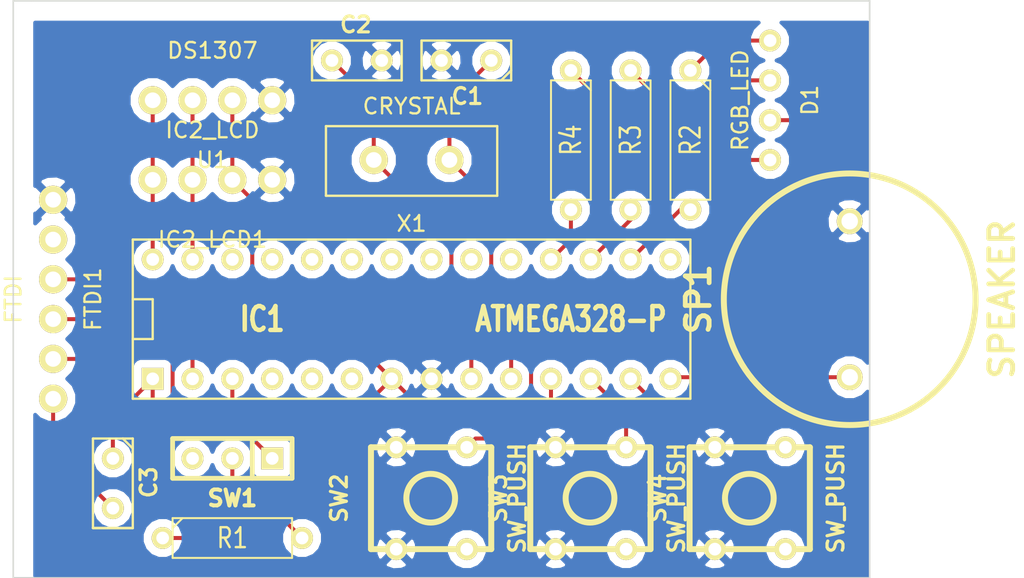
<source format=kicad_pcb>
(kicad_pcb (version 3) (host pcbnew "(2014-03-19 BZR 4756)-product")

  (general
    (links 44)
    (no_connects 3)
    (area 114.963381 30.429999 185.332915 67.360001)
    (thickness 1.6)
    (drawings 5)
    (tracks 93)
    (zones 0)
    (modules 18)
    (nets 22)
  )

  (page A3)
  (layers
    (15 F.Cu signal)
    (0 B.Cu signal)
    (16 B.Adhes user)
    (17 F.Adhes user)
    (18 B.Paste user)
    (19 F.Paste user)
    (20 B.SilkS user)
    (21 F.SilkS user)
    (22 B.Mask user)
    (23 F.Mask user)
    (24 Dwgs.User user)
    (25 Cmts.User user)
    (26 Eco1.User user)
    (27 Eco2.User user)
    (28 Edge.Cuts user)
  )

  (setup
    (last_trace_width 0.254)
    (trace_clearance 0.254)
    (zone_clearance 0.508)
    (zone_45_only no)
    (trace_min 0.254)
    (segment_width 0.4)
    (edge_width 0.1)
    (via_size 0.889)
    (via_drill 0.635)
    (via_min_size 0.889)
    (via_min_drill 0.508)
    (uvia_size 0.508)
    (uvia_drill 0.127)
    (uvias_allowed no)
    (uvia_min_size 0.508)
    (uvia_min_drill 0.127)
    (pcb_text_width 0.3)
    (pcb_text_size 1.5 1.5)
    (mod_edge_width 0.15)
    (mod_text_size 1 1)
    (mod_text_width 0.15)
    (pad_size 1.8 1.8)
    (pad_drill 1)
    (pad_to_mask_clearance 0)
    (aux_axis_origin 0 0)
    (visible_elements 7FFFFFFF)
    (pcbplotparams
      (layerselection 3178497)
      (usegerberextensions true)
      (excludeedgelayer true)
      (linewidth 0.150000)
      (plotframeref false)
      (viasonmask false)
      (mode 1)
      (useauxorigin false)
      (hpglpennumber 1)
      (hpglpenspeed 20)
      (hpglpendiameter 15)
      (hpglpenoverlay 2)
      (psnegative false)
      (psa4output false)
      (plotreference true)
      (plotvalue true)
      (plotothertext true)
      (plotinvisibletext false)
      (padsonsilk false)
      (subtractmaskfromsilk false)
      (outputformat 1)
      (mirror false)
      (drillshape 1)
      (scaleselection 1)
      (outputdirectory ""))
  )

  (net 0 "")
  (net 1 N-000001)
  (net 2 N-0000010)
  (net 3 N-0000011)
  (net 4 N-0000012)
  (net 5 N-0000013)
  (net 6 N-0000014)
  (net 7 N-0000015)
  (net 8 N-0000019)
  (net 9 N-000002)
  (net 10 N-0000021)
  (net 11 N-0000025)
  (net 12 N-0000026)
  (net 13 N-0000027)
  (net 14 N-000003)
  (net 15 N-0000035)
  (net 16 N-000004)
  (net 17 N-000005)
  (net 18 N-000006)
  (net 19 N-000007)
  (net 20 N-000008)
  (net 21 N-000009)

  (net_class Default "This is the default net class."
    (clearance 0.254)
    (trace_width 0.254)
    (via_dia 0.889)
    (via_drill 0.635)
    (uvia_dia 0.508)
    (uvia_drill 0.127)
    (add_net N-000001)
    (add_net N-0000010)
    (add_net N-0000011)
    (add_net N-0000012)
    (add_net N-0000013)
    (add_net N-0000014)
    (add_net N-0000015)
    (add_net N-0000019)
    (add_net N-000002)
    (add_net N-0000021)
    (add_net N-0000025)
    (add_net N-0000026)
    (add_net N-0000027)
    (add_net N-000003)
    (add_net N-0000035)
    (add_net N-000004)
    (add_net N-000005)
    (add_net N-000006)
    (add_net N-000007)
    (add_net N-000008)
    (add_net N-000009)
  )

  (module R3-5 (layer F.Cu) (tedit 3F979F9F) (tstamp 5390C0C5)
    (at 130.81 64.77)
    (path /538F459B)
    (fp_text reference R1 (at 0 0) (layer F.SilkS)
      (effects (font (size 1.27 1.016) (thickness 0.1524)))
    )
    (fp_text value 120 (at 0 0) (layer F.SilkS) hide
      (effects (font (size 1.27 1.016) (thickness 0.1524)))
    )
    (fp_line (start -3.81 -0.635) (end -3.81 1.27) (layer F.SilkS) (width 0.127))
    (fp_line (start -3.81 1.27) (end 3.81 1.27) (layer F.SilkS) (width 0.127))
    (fp_line (start 3.81 1.27) (end 3.81 -1.27) (layer F.SilkS) (width 0.127))
    (fp_line (start 3.81 -1.27) (end -3.81 -1.27) (layer F.SilkS) (width 0.127))
    (fp_line (start -3.81 -1.27) (end -3.81 -0.635) (layer F.SilkS) (width 0.127))
    (fp_line (start -4.445 0) (end -3.81 0) (layer F.SilkS) (width 0.127))
    (fp_line (start 3.81 0) (end 4.445 0) (layer F.SilkS) (width 0.127))
    (fp_line (start -3.81 -0.635) (end -3.175 -1.27) (layer F.SilkS) (width 0.127))
    (pad 1 thru_hole circle (at -4.445 0) (size 1.397 1.397) (drill 0.8128) (layers *.Cu *.Mask F.SilkS)
      (net 11 N-0000025))
    (pad 2 thru_hole circle (at 4.445 0) (size 1.397 1.397) (drill 0.8128) (layers *.Cu *.Mask F.SilkS)
      (net 14 N-000003))
    (model discret/resistor.wrl
      (at (xyz 0 0 0))
      (scale (xyz 0.35 0.35 0.3))
      (rotate (xyz 0 0 0))
    )
  )

  (module R3-5 (layer F.Cu) (tedit 3F979F9F) (tstamp 5390C0D3)
    (at 160.02 39.37 270)
    (path /538F768C)
    (fp_text reference R2 (at 0 0 270) (layer F.SilkS)
      (effects (font (size 1.27 1.016) (thickness 0.1524)))
    )
    (fp_text value 220 (at 0 0 270) (layer F.SilkS) hide
      (effects (font (size 1.27 1.016) (thickness 0.1524)))
    )
    (fp_line (start -3.81 -0.635) (end -3.81 1.27) (layer F.SilkS) (width 0.127))
    (fp_line (start -3.81 1.27) (end 3.81 1.27) (layer F.SilkS) (width 0.127))
    (fp_line (start 3.81 1.27) (end 3.81 -1.27) (layer F.SilkS) (width 0.127))
    (fp_line (start 3.81 -1.27) (end -3.81 -1.27) (layer F.SilkS) (width 0.127))
    (fp_line (start -3.81 -1.27) (end -3.81 -0.635) (layer F.SilkS) (width 0.127))
    (fp_line (start -4.445 0) (end -3.81 0) (layer F.SilkS) (width 0.127))
    (fp_line (start 3.81 0) (end 4.445 0) (layer F.SilkS) (width 0.127))
    (fp_line (start -3.81 -0.635) (end -3.175 -1.27) (layer F.SilkS) (width 0.127))
    (pad 1 thru_hole circle (at -4.445 0 270) (size 1.397 1.397) (drill 0.8128) (layers *.Cu *.Mask F.SilkS)
      (net 4 N-0000012))
    (pad 2 thru_hole circle (at 4.445 0 270) (size 1.397 1.397) (drill 0.8128) (layers *.Cu *.Mask F.SilkS)
      (net 6 N-0000014))
    (model discret/resistor.wrl
      (at (xyz 0 0 0))
      (scale (xyz 0.35 0.35 0.3))
      (rotate (xyz 0 0 0))
    )
  )

  (module R3-5 (layer F.Cu) (tedit 3F979F9F) (tstamp 5390C0E1)
    (at 156.21 39.37 270)
    (path /538F7686)
    (fp_text reference R3 (at 0 0 270) (layer F.SilkS)
      (effects (font (size 1.27 1.016) (thickness 0.1524)))
    )
    (fp_text value 220 (at 0 0 270) (layer F.SilkS) hide
      (effects (font (size 1.27 1.016) (thickness 0.1524)))
    )
    (fp_line (start -3.81 -0.635) (end -3.81 1.27) (layer F.SilkS) (width 0.127))
    (fp_line (start -3.81 1.27) (end 3.81 1.27) (layer F.SilkS) (width 0.127))
    (fp_line (start 3.81 1.27) (end 3.81 -1.27) (layer F.SilkS) (width 0.127))
    (fp_line (start 3.81 -1.27) (end -3.81 -1.27) (layer F.SilkS) (width 0.127))
    (fp_line (start -3.81 -1.27) (end -3.81 -0.635) (layer F.SilkS) (width 0.127))
    (fp_line (start -4.445 0) (end -3.81 0) (layer F.SilkS) (width 0.127))
    (fp_line (start 3.81 0) (end 4.445 0) (layer F.SilkS) (width 0.127))
    (fp_line (start -3.81 -0.635) (end -3.175 -1.27) (layer F.SilkS) (width 0.127))
    (pad 1 thru_hole circle (at -4.445 0 270) (size 1.397 1.397) (drill 0.8128) (layers *.Cu *.Mask F.SilkS)
      (net 5 N-0000013))
    (pad 2 thru_hole circle (at 4.445 0 270) (size 1.397 1.397) (drill 0.8128) (layers *.Cu *.Mask F.SilkS)
      (net 7 N-0000015))
    (model discret/resistor.wrl
      (at (xyz 0 0 0))
      (scale (xyz 0.35 0.35 0.3))
      (rotate (xyz 0 0 0))
    )
  )

  (module R3-5 (layer F.Cu) (tedit 3F979F9F) (tstamp 5390C0EF)
    (at 152.4 39.37 270)
    (path /538F7679)
    (fp_text reference R4 (at 0 0 270) (layer F.SilkS)
      (effects (font (size 1.27 1.016) (thickness 0.1524)))
    )
    (fp_text value 220 (at 0 0 270) (layer F.SilkS) hide
      (effects (font (size 1.27 1.016) (thickness 0.1524)))
    )
    (fp_line (start -3.81 -0.635) (end -3.81 1.27) (layer F.SilkS) (width 0.127))
    (fp_line (start -3.81 1.27) (end 3.81 1.27) (layer F.SilkS) (width 0.127))
    (fp_line (start 3.81 1.27) (end 3.81 -1.27) (layer F.SilkS) (width 0.127))
    (fp_line (start 3.81 -1.27) (end -3.81 -1.27) (layer F.SilkS) (width 0.127))
    (fp_line (start -3.81 -1.27) (end -3.81 -0.635) (layer F.SilkS) (width 0.127))
    (fp_line (start -4.445 0) (end -3.81 0) (layer F.SilkS) (width 0.127))
    (fp_line (start 3.81 0) (end 4.445 0) (layer F.SilkS) (width 0.127))
    (fp_line (start -3.81 -0.635) (end -3.175 -1.27) (layer F.SilkS) (width 0.127))
    (pad 1 thru_hole circle (at -4.445 0 270) (size 1.397 1.397) (drill 0.8128) (layers *.Cu *.Mask F.SilkS)
      (net 15 N-0000035))
    (pad 2 thru_hole circle (at 4.445 0 270) (size 1.397 1.397) (drill 0.8128) (layers *.Cu *.Mask F.SilkS)
      (net 17 N-000005))
    (model discret/resistor.wrl
      (at (xyz 0 0 0))
      (scale (xyz 0.35 0.35 0.3))
      (rotate (xyz 0 0 0))
    )
  )

  (module SW_PUSH_SMALL_OBR (layer F.Cu) (tedit 52F010CC) (tstamp 5391F532)
    (at 143.51 62.23 90)
    (path /538F56BB)
    (fp_text reference SW2 (at 0 -5.8928 90) (layer F.SilkS)
      (effects (font (size 1.016 1.016) (thickness 0.2032)))
    )
    (fp_text value SW_PUSH (at 0 5.461 90) (layer F.SilkS)
      (effects (font (size 1.016 1.016) (thickness 0.2032)))
    )
    (fp_circle (center 0 -0.0508) (end 1.2192 0.9144) (layer F.SilkS) (width 0.381))
    (fp_line (start -3.2512 3.81) (end 3.2512 3.81) (layer F.SilkS) (width 0.381))
    (fp_line (start -3.2512 -3.8608) (end 3.2512 -3.8608) (layer F.SilkS) (width 0.381))
    (fp_line (start -3.2512 -3.8608) (end -3.2512 3.81) (layer F.SilkS) (width 0.381))
    (fp_line (start 3.2512 -3.8608) (end 3.2512 3.81) (layer F.SilkS) (width 0.381))
    (pad 1 thru_hole circle (at 3.2512 -2.25044 90) (size 1.397 1.397) (drill 0.8128) (layers *.Cu *.Mask F.SilkS)
      (net 18 N-000006))
    (pad 2 thru_hole circle (at 3.2512 2.25044 90) (size 1.397 1.397) (drill 0.8128) (layers *.Cu *.Mask F.SilkS)
      (net 21 N-000009))
    (pad 1 thru_hole circle (at -3.2512 -2.25044 90) (size 1.397 1.397) (drill 0.8128) (layers *.Cu *.Mask F.SilkS)
      (net 18 N-000006))
    (pad 2 thru_hole circle (at -3.2512 2.25044 90) (size 1.397 1.397) (drill 0.8128) (layers *.Cu *.Mask F.SilkS)
      (net 21 N-000009))
  )

  (module SW_PUSH_SMALL_OBR (layer F.Cu) (tedit 52F010CC) (tstamp 5391F53F)
    (at 153.67 62.23 90)
    (path /538F6DDB)
    (fp_text reference SW3 (at 0 -5.8928 90) (layer F.SilkS)
      (effects (font (size 1.016 1.016) (thickness 0.2032)))
    )
    (fp_text value SW_PUSH (at 0 5.461 90) (layer F.SilkS)
      (effects (font (size 1.016 1.016) (thickness 0.2032)))
    )
    (fp_circle (center 0 -0.0508) (end 1.2192 0.9144) (layer F.SilkS) (width 0.381))
    (fp_line (start -3.2512 3.81) (end 3.2512 3.81) (layer F.SilkS) (width 0.381))
    (fp_line (start -3.2512 -3.8608) (end 3.2512 -3.8608) (layer F.SilkS) (width 0.381))
    (fp_line (start -3.2512 -3.8608) (end -3.2512 3.81) (layer F.SilkS) (width 0.381))
    (fp_line (start 3.2512 -3.8608) (end 3.2512 3.81) (layer F.SilkS) (width 0.381))
    (pad 1 thru_hole circle (at 3.2512 -2.25044 90) (size 1.397 1.397) (drill 0.8128) (layers *.Cu *.Mask F.SilkS)
      (net 18 N-000006))
    (pad 2 thru_hole circle (at 3.2512 2.25044 90) (size 1.397 1.397) (drill 0.8128) (layers *.Cu *.Mask F.SilkS)
      (net 2 N-0000010))
    (pad 1 thru_hole circle (at -3.2512 -2.25044 90) (size 1.397 1.397) (drill 0.8128) (layers *.Cu *.Mask F.SilkS)
      (net 18 N-000006))
    (pad 2 thru_hole circle (at -3.2512 2.25044 90) (size 1.397 1.397) (drill 0.8128) (layers *.Cu *.Mask F.SilkS)
      (net 2 N-0000010))
  )

  (module SW_PUSH_SMALL_OBR (layer F.Cu) (tedit 52F010CC) (tstamp 5391F54C)
    (at 163.83 62.23 90)
    (path /538F6DE1)
    (fp_text reference SW4 (at 0 -5.8928 90) (layer F.SilkS)
      (effects (font (size 1.016 1.016) (thickness 0.2032)))
    )
    (fp_text value SW_PUSH (at 0 5.461 90) (layer F.SilkS)
      (effects (font (size 1.016 1.016) (thickness 0.2032)))
    )
    (fp_circle (center 0 -0.0508) (end 1.2192 0.9144) (layer F.SilkS) (width 0.381))
    (fp_line (start -3.2512 3.81) (end 3.2512 3.81) (layer F.SilkS) (width 0.381))
    (fp_line (start -3.2512 -3.8608) (end 3.2512 -3.8608) (layer F.SilkS) (width 0.381))
    (fp_line (start -3.2512 -3.8608) (end -3.2512 3.81) (layer F.SilkS) (width 0.381))
    (fp_line (start 3.2512 -3.8608) (end 3.2512 3.81) (layer F.SilkS) (width 0.381))
    (pad 1 thru_hole circle (at 3.2512 -2.25044 90) (size 1.397 1.397) (drill 0.8128) (layers *.Cu *.Mask F.SilkS)
      (net 18 N-000006))
    (pad 2 thru_hole circle (at 3.2512 2.25044 90) (size 1.397 1.397) (drill 0.8128) (layers *.Cu *.Mask F.SilkS)
      (net 3 N-0000011))
    (pad 1 thru_hole circle (at -3.2512 -2.25044 90) (size 1.397 1.397) (drill 0.8128) (layers *.Cu *.Mask F.SilkS)
      (net 18 N-000006))
    (pad 2 thru_hole circle (at -3.2512 2.25044 90) (size 1.397 1.397) (drill 0.8128) (layers *.Cu *.Mask F.SilkS)
      (net 3 N-0000011))
  )

  (module Piezo_buzz_TH (layer F.Cu) (tedit 5391EE6F) (tstamp 5391F553)
    (at 170.18 49.53 270)
    (path /538F4DBC)
    (fp_text reference SP1 (at 0 9.652 270) (layer F.SilkS)
      (effects (font (thickness 0.3048)))
    )
    (fp_text value SPEAKER (at 0 -9.7028 270) (layer F.SilkS)
      (effects (font (thickness 0.3048)))
    )
    (fp_circle (center 0 0) (end 8.0264 0.1524) (layer F.SilkS) (width 0.381))
    (pad 1 thru_hole circle (at -4.9784 0 270) (size 1.651 1.651) (drill 1.04902) (layers *.Cu *.Mask F.SilkS)
      (net 18 N-000006))
    (pad 2 thru_hole circle (at 4.9784 0 270) (size 1.651 1.651) (drill 1.04902) (layers *.Cu *.Mask F.SilkS)
      (net 16 N-000004))
  )

  (module MICROSWITCH_SPST (layer F.Cu) (tedit 48075FE7) (tstamp 5391F55F)
    (at 130.81 59.69 180)
    (descr "Connecteur 3 pins")
    (tags "CONN DEV")
    (path /538E1EB6)
    (fp_text reference SW1 (at 0 -2.54 180) (layer F.SilkS)
      (effects (font (size 1.016 1.016) (thickness 0.254)))
    )
    (fp_text value SWITCH_INV (at 0 -2.54 180) (layer F.SilkS) hide
      (effects (font (size 1.016 1.016) (thickness 0.254)))
    )
    (fp_line (start -3.81 1.27) (end -3.81 -1.27) (layer F.SilkS) (width 0.3048))
    (fp_line (start -3.81 -1.27) (end 3.81 -1.27) (layer F.SilkS) (width 0.3048))
    (fp_line (start 3.81 -1.27) (end 3.81 1.27) (layer F.SilkS) (width 0.3048))
    (fp_line (start 3.81 1.27) (end -3.81 1.27) (layer F.SilkS) (width 0.3048))
    (fp_line (start -1.27 -1.27) (end -1.27 1.27) (layer F.SilkS) (width 0.3048))
    (pad 1 thru_hole rect (at -2.54 0 180) (size 1.397 1.397) (drill 0.8128) (layers *.Cu *.Mask F.SilkS)
      (net 8 N-0000019))
    (pad 2 thru_hole circle (at 0 0 180) (size 1.397 1.397) (drill 0.8128) (layers *.Cu *.Mask F.SilkS)
      (net 14 N-000003))
    (pad 3 thru_hole circle (at 2.54 0 180) (size 1.397 1.397) (drill 0.8128) (layers *.Cu *.Mask F.SilkS))
    (model device/switch_slide_straight_terminal.wrl
      (at (xyz 0 0 0))
      (scale (xyz 0.33 0.33 0.33))
      (rotate (xyz 0 0 0))
    )
  )

  (module DIP-28_Socket (layer F.Cu) (tedit 5391DFF6) (tstamp 5391F586)
    (at 142.24 50.8)
    (descr "28 pins DIL package, round pads, width 300mil")
    (tags DIL)
    (path /538CF114)
    (fp_text reference IC1 (at -9.525 0) (layer F.SilkS)
      (effects (font (size 1.524 1.143) (thickness 0.3048)))
    )
    (fp_text value ATMEGA328-P (at 10.16 0) (layer F.SilkS)
      (effects (font (size 1.524 1.143) (thickness 0.28575)))
    )
    (fp_line (start 17.78 5.08) (end -17.78 5.08) (layer F.SilkS) (width 0.15))
    (fp_line (start -17.78 -5.08) (end 17.78 -5.08) (layer F.SilkS) (width 0.15))
    (fp_line (start 17.78 -5.08) (end 17.78 5.08) (layer F.SilkS) (width 0.15))
    (fp_line (start -16.51 -1.27) (end -16.51 1.27) (layer F.SilkS) (width 0.15))
    (fp_line (start -16.51 1.27) (end -17.78 1.27) (layer F.SilkS) (width 0.15))
    (fp_line (start -17.78 -1.27) (end -16.51 -1.27) (layer F.SilkS) (width 0.15))
    (fp_line (start -17.78 -5.08) (end -17.78 5.08) (layer F.SilkS) (width 0.15))
    (pad 2 thru_hole circle (at -13.97 3.81) (size 1.397 1.397) (drill 0.8128) (layers *.Cu *.Mask F.SilkS)
      (net 10 N-0000021))
    (pad 3 thru_hole circle (at -11.43 3.81) (size 1.397 1.397) (drill 0.8128) (layers *.Cu *.Mask F.SilkS)
      (net 1 N-000001))
    (pad 4 thru_hole circle (at -8.89 3.81) (size 1.397 1.397) (drill 0.8128) (layers *.Cu *.Mask F.SilkS))
    (pad 5 thru_hole circle (at -6.35 3.81) (size 1.397 1.397) (drill 0.8128) (layers *.Cu *.Mask F.SilkS))
    (pad 6 thru_hole circle (at -3.81 3.81) (size 1.397 1.397) (drill 0.8128) (layers *.Cu *.Mask F.SilkS))
    (pad 7 thru_hole circle (at -1.27 3.81) (size 1.397 1.397) (drill 0.8128) (layers *.Cu *.Mask F.SilkS)
      (net 11 N-0000025))
    (pad 8 thru_hole circle (at 1.27 3.81) (size 1.397 1.397) (drill 0.8128) (layers *.Cu *.Mask F.SilkS)
      (net 18 N-000006))
    (pad 9 thru_hole circle (at 3.81 3.81) (size 1.397 1.397) (drill 0.8128) (layers *.Cu *.Mask F.SilkS)
      (net 12 N-0000026))
    (pad 10 thru_hole circle (at 6.35 3.81) (size 1.397 1.397) (drill 0.8128) (layers *.Cu *.Mask F.SilkS)
      (net 13 N-0000027))
    (pad 11 thru_hole circle (at 8.89 3.81) (size 1.397 1.397) (drill 0.8128) (layers *.Cu *.Mask F.SilkS)
      (net 21 N-000009))
    (pad 12 thru_hole circle (at 11.43 3.81) (size 1.397 1.397) (drill 0.8128) (layers *.Cu *.Mask F.SilkS)
      (net 2 N-0000010))
    (pad 13 thru_hole circle (at 13.97 3.81) (size 1.397 1.397) (drill 0.8128) (layers *.Cu *.Mask F.SilkS)
      (net 3 N-0000011))
    (pad 14 thru_hole circle (at 16.51 3.81) (size 1.397 1.397) (drill 0.8128) (layers *.Cu *.Mask F.SilkS)
      (net 16 N-000004))
    (pad 1 thru_hole rect (at -16.51 3.81) (size 1.397 1.397) (drill 0.8128) (layers *.Cu *.Mask F.SilkS)
      (net 8 N-0000019))
    (pad 15 thru_hole circle (at 16.51 -3.81) (size 1.397 1.397) (drill 0.8128) (layers *.Cu *.Mask F.SilkS))
    (pad 16 thru_hole circle (at 13.97 -3.81) (size 1.397 1.397) (drill 0.8128) (layers *.Cu *.Mask F.SilkS)
      (net 6 N-0000014))
    (pad 17 thru_hole circle (at 11.43 -3.81) (size 1.397 1.397) (drill 0.8128) (layers *.Cu *.Mask F.SilkS)
      (net 7 N-0000015))
    (pad 18 thru_hole circle (at 8.89 -3.81) (size 1.397 1.397) (drill 0.8128) (layers *.Cu *.Mask F.SilkS)
      (net 17 N-000005))
    (pad 19 thru_hole circle (at 6.35 -3.81) (size 1.397 1.397) (drill 0.8128) (layers *.Cu *.Mask F.SilkS))
    (pad 20 thru_hole circle (at 3.81 -3.81) (size 1.397 1.397) (drill 0.8128) (layers *.Cu *.Mask F.SilkS))
    (pad 21 thru_hole circle (at 1.27 -3.81) (size 1.397 1.397) (drill 0.8128) (layers *.Cu *.Mask F.SilkS))
    (pad 22 thru_hole circle (at -1.27 -3.81) (size 1.397 1.397) (drill 0.8128) (layers *.Cu *.Mask F.SilkS))
    (pad 23 thru_hole circle (at -3.81 -3.81) (size 1.397 1.397) (drill 0.8128) (layers *.Cu *.Mask F.SilkS))
    (pad 24 thru_hole circle (at -6.35 -3.81) (size 1.397 1.397) (drill 0.8128) (layers *.Cu *.Mask F.SilkS))
    (pad 25 thru_hole circle (at -8.89 -3.81) (size 1.397 1.397) (drill 0.8128) (layers *.Cu *.Mask F.SilkS))
    (pad 26 thru_hole circle (at -11.43 -3.81) (size 1.397 1.397) (drill 0.8128) (layers *.Cu *.Mask F.SilkS))
    (pad 27 thru_hole circle (at -13.97 -3.81) (size 1.397 1.397) (drill 0.8128) (layers *.Cu *.Mask F.SilkS)
      (net 20 N-000008))
    (pad 28 thru_hole circle (at -16.51 -3.81) (size 1.397 1.397) (drill 0.8128) (layers *.Cu *.Mask F.SilkS)
      (net 9 N-000002))
    (model dil/dil_28-w300.wrl
      (at (xyz 0 0 0))
      (scale (xyz 1 1 1))
      (rotate (xyz 0 0 0))
    )
  )

  (module C_3mm (layer F.Cu) (tedit 5391E4B5) (tstamp 5391E56A)
    (at 146.05 34.29 180)
    (descr "Condensateur e = 1 pas")
    (tags C)
    (path /538F385D)
    (fp_text reference C1 (at 0.254 -2.286 180) (layer F.SilkS)
      (effects (font (size 1.016 1.016) (thickness 0.2032)))
    )
    (fp_text value 10 (at 0 -2.286 180) (layer F.SilkS) hide
      (effects (font (size 1.016 1.016) (thickness 0.2032)))
    )
    (fp_line (start 3.175 1.27) (end -2.54 1.27) (layer F.SilkS) (width 0.15))
    (fp_line (start 3.175 -1.27) (end 3.175 1.27) (layer F.SilkS) (width 0.15))
    (fp_line (start 3.175 1.27) (end 3.175 -1.27) (layer F.SilkS) (width 0.15))
    (fp_line (start 3.175 -1.27) (end -2.54 -1.27) (layer F.SilkS) (width 0.15))
    (fp_line (start -2.54 1.27) (end -2.54 -1.27) (layer F.SilkS) (width 0.15))
    (fp_line (start -2.54 -0.635) (end -1.905 -1.27) (layer F.SilkS) (width 0.15))
    (pad 1 thru_hole circle (at -1.27 0 180) (size 1.397 1.397) (drill 0.8128) (layers *.Cu *.Mask F.SilkS)
      (net 13 N-0000027))
    (pad 2 thru_hole circle (at 1.905 0 180) (size 1.397 1.397) (drill 0.8128) (layers *.Cu *.Mask F.SilkS)
      (net 18 N-000006))
    (model discret/capa_1_pas.wrl
      (at (xyz 0 0 0))
      (scale (xyz 1 1 1))
      (rotate (xyz 0 0 0))
    )
  )

  (module C_3mm (layer F.Cu) (tedit 5391E4B5) (tstamp 5391E576)
    (at 138.43 34.29)
    (descr "Condensateur e = 1 pas")
    (tags C)
    (path /538F3D46)
    (fp_text reference C2 (at 0.254 -2.286) (layer F.SilkS)
      (effects (font (size 1.016 1.016) (thickness 0.2032)))
    )
    (fp_text value 10 (at 0 -2.286) (layer F.SilkS) hide
      (effects (font (size 1.016 1.016) (thickness 0.2032)))
    )
    (fp_line (start 3.175 1.27) (end -2.54 1.27) (layer F.SilkS) (width 0.15))
    (fp_line (start 3.175 -1.27) (end 3.175 1.27) (layer F.SilkS) (width 0.15))
    (fp_line (start 3.175 1.27) (end 3.175 -1.27) (layer F.SilkS) (width 0.15))
    (fp_line (start 3.175 -1.27) (end -2.54 -1.27) (layer F.SilkS) (width 0.15))
    (fp_line (start -2.54 1.27) (end -2.54 -1.27) (layer F.SilkS) (width 0.15))
    (fp_line (start -2.54 -0.635) (end -1.905 -1.27) (layer F.SilkS) (width 0.15))
    (pad 1 thru_hole circle (at -1.27 0) (size 1.397 1.397) (drill 0.8128) (layers *.Cu *.Mask F.SilkS)
      (net 12 N-0000026))
    (pad 2 thru_hole circle (at 1.905 0) (size 1.397 1.397) (drill 0.8128) (layers *.Cu *.Mask F.SilkS)
      (net 18 N-000006))
    (model discret/capa_1_pas.wrl
      (at (xyz 0 0 0))
      (scale (xyz 1 1 1))
      (rotate (xyz 0 0 0))
    )
  )

  (module C_3mm (layer F.Cu) (tedit 5391E4B5) (tstamp 5391E608)
    (at 123.19 60.96 270)
    (descr "Condensateur e = 1 pas")
    (tags C)
    (path /538E1697)
    (fp_text reference C3 (at 0.254 -2.286 270) (layer F.SilkS)
      (effects (font (size 1.016 1.016) (thickness 0.2032)))
    )
    (fp_text value 10 (at 0 -2.286 270) (layer F.SilkS) hide
      (effects (font (size 1.016 1.016) (thickness 0.2032)))
    )
    (fp_line (start 3.175 1.27) (end -2.54 1.27) (layer F.SilkS) (width 0.15))
    (fp_line (start 3.175 -1.27) (end 3.175 1.27) (layer F.SilkS) (width 0.15))
    (fp_line (start 3.175 1.27) (end 3.175 -1.27) (layer F.SilkS) (width 0.15))
    (fp_line (start 3.175 -1.27) (end -2.54 -1.27) (layer F.SilkS) (width 0.15))
    (fp_line (start -2.54 1.27) (end -2.54 -1.27) (layer F.SilkS) (width 0.15))
    (fp_line (start -2.54 -0.635) (end -1.905 -1.27) (layer F.SilkS) (width 0.15))
    (pad 1 thru_hole circle (at -1.27 0 270) (size 1.397 1.397) (drill 0.8128) (layers *.Cu *.Mask F.SilkS)
      (net 8 N-0000019))
    (pad 2 thru_hole circle (at 1.905 0 270) (size 1.397 1.397) (drill 0.8128) (layers *.Cu *.Mask F.SilkS)
      (net 19 N-000007))
    (model discret/capa_1_pas.wrl
      (at (xyz 0 0 0))
      (scale (xyz 1 1 1))
      (rotate (xyz 0 0 0))
    )
  )

  (module FTDI_Board (layer F.Cu) (tedit 5391F2E5) (tstamp 5391F3C6)
    (at 119.38 49.53 270)
    (path /538E15FA)
    (fp_text reference FTDI1 (at 0 -2.54 270) (layer F.SilkS)
      (effects (font (size 1 1) (thickness 0.15)))
    )
    (fp_text value FTDI (at 0 2.54 270) (layer F.SilkS)
      (effects (font (size 1 1) (thickness 0.15)))
    )
    (pad 1 thru_hole circle (at -6.35 0 270) (size 1.8 1.8) (drill 1) (layers *.Cu *.Mask F.SilkS)
      (net 18 N-000006))
    (pad 2 thru_hole circle (at -3.81 0 270) (size 1.8 1.8) (drill 1) (layers *.Cu *.Mask F.SilkS))
    (pad 3 thru_hole circle (at -1.27 0 270) (size 1.8 1.8) (drill 1) (layers *.Cu *.Mask F.SilkS)
      (net 11 N-0000025))
    (pad 4 thru_hole circle (at 1.27 0 270) (size 1.8 1.8) (drill 1) (layers *.Cu *.Mask F.SilkS)
      (net 10 N-0000021))
    (pad 5 thru_hole circle (at 3.81 0 270) (size 1.8 1.8) (drill 1) (layers *.Cu *.Mask F.SilkS)
      (net 1 N-000001))
    (pad 6 thru_hole circle (at 6.35 0 270) (size 1.8 1.8) (drill 1) (layers *.Cu *.Mask F.SilkS)
      (net 19 N-000007))
  )

  (module IC2_LED (layer F.Cu) (tedit 5391F513) (tstamp 5391F560)
    (at 129.54 41.91 180)
    (path /538E1DED)
    (fp_text reference IC2_LCD1 (at 0 -3.81 180) (layer F.SilkS)
      (effects (font (size 1 1) (thickness 0.15)))
    )
    (fp_text value IC2_LCD (at 0 3.175 180) (layer F.SilkS)
      (effects (font (size 1 1) (thickness 0.15)))
    )
    (pad 1 thru_hole circle (at -3.81 0 180) (size 1.8 1.8) (drill 1) (layers *.Cu *.Mask F.SilkS)
      (net 18 N-000006))
    (pad 2 thru_hole circle (at -1.27 0 180) (size 1.8 1.8) (drill 1) (layers *.Cu *.Mask F.SilkS)
      (net 11 N-0000025))
    (pad 3 thru_hole circle (at 1.27 0 180) (size 1.8 1.8) (drill 1) (layers *.Cu *.Mask F.SilkS)
      (net 20 N-000008))
    (pad 4 thru_hole circle (at 3.81 0 180) (size 1.8 1.8) (drill 1) (layers *.Cu *.Mask F.SilkS)
      (net 9 N-000002))
  )

  (module CRYSTAL_A_S (layer F.Cu) (tedit 5391F893) (tstamp 5391F8C1)
    (at 142.24 40.64 180)
    (path /538F384E)
    (fp_text reference X1 (at 0 -4.064 180) (layer F.SilkS)
      (effects (font (size 1 1) (thickness 0.15)))
    )
    (fp_text value CRYSTAL (at 0 3.429 180) (layer F.SilkS)
      (effects (font (size 1 1) (thickness 0.15)))
    )
    (fp_line (start 5.461 2.159) (end -5.461 2.159) (layer F.SilkS) (width 0.15))
    (fp_line (start -5.461 2.159) (end -5.461 -2.286) (layer F.SilkS) (width 0.15))
    (fp_line (start -5.461 -2.286) (end 5.461 -2.286) (layer F.SilkS) (width 0.15))
    (fp_line (start 5.461 -2.286) (end 5.461 2.159) (layer F.SilkS) (width 0.15))
    (pad 1 thru_hole circle (at -2.413 0 180) (size 1.8 1.8) (drill 1) (layers *.Cu *.Mask F.SilkS)
      (net 13 N-0000027))
    (pad 2 thru_hole circle (at 2.413 0 180) (size 1.8 1.8) (drill 1) (layers *.Cu *.Mask F.SilkS)
      (net 12 N-0000026))
  )

  (module IC2_DS1307 (layer F.Cu) (tedit 5391F593) (tstamp 53933F32)
    (at 129.54 36.83 180)
    (path /538F3732)
    (fp_text reference U1 (at 0 -3.81 180) (layer F.SilkS)
      (effects (font (size 1 1) (thickness 0.15)))
    )
    (fp_text value DS1307 (at 0 3.175 180) (layer F.SilkS)
      (effects (font (size 1 1) (thickness 0.15)))
    )
    (pad 1 thru_hole circle (at -3.81 0 180) (size 1.8 1.8) (drill 1) (layers *.Cu *.Mask F.SilkS)
      (net 18 N-000006))
    (pad 2 thru_hole circle (at -1.27 0 180) (size 1.8 1.8) (drill 1) (layers *.Cu *.Mask F.SilkS)
      (net 11 N-0000025))
    (pad 3 thru_hole circle (at 1.27 0 180) (size 1.8 1.8) (drill 1) (layers *.Cu *.Mask F.SilkS)
      (net 20 N-000008))
    (pad 4 thru_hole circle (at 3.81 0 180) (size 1.8 1.8) (drill 1) (layers *.Cu *.Mask F.SilkS)
      (net 9 N-000002))
  )

  (module RGB_LED_Anode (layer F.Cu) (tedit 5391E867) (tstamp 539346C6)
    (at 165.1 36.83 270)
    (path /538F744F)
    (fp_text reference D1 (at 0 -2.54 270) (layer F.SilkS)
      (effects (font (size 1 1) (thickness 0.15)))
    )
    (fp_text value RGB_LED (at 0 1.905 270) (layer F.SilkS)
      (effects (font (size 1 1) (thickness 0.15)))
    )
    (pad 1 thru_hole circle (at -3.81 0 270) (size 1.397 1.397) (drill 0.8128) (layers *.Cu *.Mask F.SilkS)
      (net 4 N-0000012))
    (pad 2 thru_hole circle (at -1.27 0 270) (size 1.397 1.397) (drill 0.8128) (layers *.Cu *.Mask F.SilkS)
      (net 5 N-0000013))
    (pad 3 thru_hole circle (at 1.27 0 270) (size 1.397 1.397) (drill 0.8128) (layers *.Cu *.Mask F.SilkS)
      (net 11 N-0000025))
    (pad 4 thru_hole circle (at 3.81 0 270) (size 1.397 1.397) (drill 0.8128) (layers *.Cu *.Mask F.SilkS)
      (net 15 N-0000035))
  )

  (gr_line (start 116.84 30.48) (end 118.11 30.48) (angle 90) (layer Edge.Cuts) (width 0.1))
  (gr_line (start 116.84 67.31) (end 116.84 30.48) (angle 90) (layer Edge.Cuts) (width 0.1))
  (gr_line (start 171.45 67.31) (end 116.84 67.31) (angle 90) (layer Edge.Cuts) (width 0.1))
  (gr_line (start 171.45 30.48) (end 171.45 67.31) (angle 90) (layer Edge.Cuts) (width 0.1))
  (gr_line (start 118.11 30.48) (end 171.45 30.48) (angle 90) (layer Edge.Cuts) (width 0.1))

  (segment (start 121.92 53.34) (end 123.19 52.07) (width 0.254) (layer F.Cu) (net 1) (tstamp 5394481D))
  (segment (start 123.19 52.07) (end 125.73 52.07) (width 0.254) (layer F.Cu) (net 1) (tstamp 5394481F))
  (segment (start 125.73 52.07) (end 127 53.34) (width 0.254) (layer F.Cu) (net 1) (tstamp 53944821))
  (segment (start 127 53.34) (end 127 55.88) (width 0.254) (layer F.Cu) (net 1) (tstamp 53944823))
  (segment (start 127 55.88) (end 128.27 57.15) (width 0.254) (layer F.Cu) (net 1) (tstamp 53944825))
  (segment (start 128.27 57.15) (end 129.54 57.15) (width 0.254) (layer F.Cu) (net 1) (tstamp 53944827))
  (segment (start 129.54 57.15) (end 130.81 55.88) (width 0.254) (layer F.Cu) (net 1) (tstamp 53944829))
  (segment (start 130.81 55.88) (end 130.81 54.61) (width 0.254) (layer F.Cu) (net 1) (tstamp 5394482A))
  (segment (start 119.38 53.34) (end 121.92 53.34) (width 0.254) (layer F.Cu) (net 1))
  (segment (start 155.92044 56.86044) (end 153.67 54.61) (width 0.254) (layer F.Cu) (net 2) (tstamp 53944887))
  (segment (start 155.92044 58.9788) (end 155.92044 56.86044) (width 0.254) (layer F.Cu) (net 2))
  (segment (start 164.3888 58.9788) (end 162.56 57.15) (width 0.254) (layer F.Cu) (net 3) (tstamp 5394487E))
  (segment (start 162.56 57.15) (end 158.75 57.15) (width 0.254) (layer F.Cu) (net 3) (tstamp 53944881))
  (segment (start 158.75 57.15) (end 156.21 54.61) (width 0.254) (layer F.Cu) (net 3) (tstamp 53944883))
  (segment (start 166.08044 58.9788) (end 164.3888 58.9788) (width 0.254) (layer F.Cu) (net 3))
  (segment (start 161.925 33.02) (end 160.02 34.925) (width 0.254) (layer F.Cu) (net 4) (tstamp 53944891))
  (segment (start 165.1 33.02) (end 161.925 33.02) (width 0.254) (layer F.Cu) (net 4))
  (segment (start 162.56 35.56) (end 161.29 36.83) (width 0.254) (layer F.Cu) (net 5) (tstamp 53944895))
  (segment (start 161.29 36.83) (end 158.115 36.83) (width 0.254) (layer F.Cu) (net 5) (tstamp 53944897))
  (segment (start 158.115 36.83) (end 156.21 34.925) (width 0.254) (layer F.Cu) (net 5) (tstamp 53944899))
  (segment (start 165.1 35.56) (end 162.56 35.56) (width 0.254) (layer F.Cu) (net 5))
  (segment (start 159.385 43.815) (end 156.21 46.99) (width 0.254) (layer F.Cu) (net 6) (tstamp 53934606))
  (segment (start 160.02 43.815) (end 159.385 43.815) (width 0.254) (layer F.Cu) (net 6))
  (segment (start 156.21 44.45) (end 153.67 46.99) (width 0.254) (layer F.Cu) (net 7) (tstamp 53934603))
  (segment (start 156.21 43.815) (end 156.21 44.45) (width 0.254) (layer F.Cu) (net 7))
  (segment (start 123.19 57.15) (end 125.73 54.61) (width 0.254) (layer F.Cu) (net 8) (tstamp 53944628))
  (segment (start 123.19 59.69) (end 123.19 57.15) (width 0.254) (layer F.Cu) (net 8))
  (segment (start 125.73 57.15) (end 127 58.42) (width 0.254) (layer F.Cu) (net 8) (tstamp 539447B5))
  (segment (start 127 58.42) (end 132.08 58.42) (width 0.254) (layer F.Cu) (net 8) (tstamp 539447B7))
  (segment (start 132.08 58.42) (end 133.35 59.69) (width 0.254) (layer F.Cu) (net 8) (tstamp 539447BA))
  (segment (start 125.73 54.61) (end 125.73 57.15) (width 0.254) (layer F.Cu) (net 8))
  (segment (start 125.73 41.91) (end 125.73 46.99) (width 0.254) (layer F.Cu) (net 9) (tstamp 539345ED))
  (segment (start 125.73 36.83) (end 125.73 41.91) (width 0.254) (layer F.Cu) (net 9))
  (segment (start 125.73 50.8) (end 128.27 53.34) (width 0.254) (layer F.Cu) (net 10) (tstamp 53944837))
  (segment (start 128.27 53.34) (end 128.27 54.61) (width 0.254) (layer F.Cu) (net 10) (tstamp 53944838))
  (segment (start 119.38 50.8) (end 125.73 50.8) (width 0.254) (layer F.Cu) (net 10))
  (segment (start 126.365 64.77) (end 130.302 64.77) (width 0.254) (layer F.Cu) (net 11) (status 400000))
  (segment (start 138.176 57.404) (end 140.97 54.61) (width 0.254) (layer F.Cu) (net 11) (tstamp 539609CE) (status 800000))
  (segment (start 138.176 64.77) (end 138.176 57.404) (width 0.254) (layer F.Cu) (net 11) (tstamp 539609CC))
  (segment (start 136.144 66.802) (end 138.176 64.77) (width 0.254) (layer F.Cu) (net 11) (tstamp 539609CA))
  (segment (start 132.334 66.802) (end 136.144 66.802) (width 0.254) (layer F.Cu) (net 11) (tstamp 539609C8))
  (segment (start 130.302 64.77) (end 132.334 66.802) (width 0.254) (layer F.Cu) (net 11) (tstamp 539609C5))
  (segment (start 137.16 50.8) (end 140.97 54.61) (width 0.254) (layer F.Cu) (net 11) (tstamp 539445F9))
  (segment (start 133.35 50.8) (end 137.16 50.8) (width 0.254) (layer F.Cu) (net 11) (tstamp 539445F7))
  (segment (start 132.08 49.53) (end 133.35 50.8) (width 0.254) (layer F.Cu) (net 11) (tstamp 539445F5))
  (segment (start 132.08 43.18) (end 132.08 49.53) (width 0.254) (layer F.Cu) (net 11) (tstamp 539445F1))
  (segment (start 130.81 41.91) (end 132.08 43.18) (width 0.254) (layer F.Cu) (net 11) (tstamp 539445F0))
  (segment (start 130.81 36.83) (end 130.81 41.91) (width 0.254) (layer F.Cu) (net 11))
  (segment (start 124.46 48.26) (end 125.73 49.53) (width 0.254) (layer F.Cu) (net 11) (tstamp 53944841))
  (segment (start 125.73 49.53) (end 129.54 49.53) (width 0.254) (layer F.Cu) (net 11) (tstamp 53944847))
  (segment (start 129.54 49.53) (end 130.81 50.8) (width 0.254) (layer F.Cu) (net 11) (tstamp 5394484B))
  (segment (start 130.81 50.8) (end 133.35 50.8) (width 0.254) (layer F.Cu) (net 11) (tstamp 5394484D))
  (segment (start 119.38 48.26) (end 124.46 48.26) (width 0.254) (layer F.Cu) (net 11))
  (segment (start 166.37 38.1) (end 167.64 39.37) (width 0.254) (layer F.Cu) (net 11) (tstamp 539448CA))
  (segment (start 167.64 39.37) (end 167.64 40.64) (width 0.254) (layer F.Cu) (net 11) (tstamp 539448CE))
  (segment (start 167.64 40.64) (end 156.21 52.07) (width 0.254) (layer F.Cu) (net 11) (tstamp 539448D0))
  (segment (start 156.21 52.07) (end 151.13 52.07) (width 0.254) (layer F.Cu) (net 11) (tstamp 539448D4))
  (segment (start 151.13 52.07) (end 149.86 53.34) (width 0.254) (layer F.Cu) (net 11) (tstamp 539448D7))
  (segment (start 149.86 53.34) (end 149.86 55.88) (width 0.254) (layer F.Cu) (net 11) (tstamp 539448D9))
  (segment (start 149.86 55.88) (end 148.59 57.15) (width 0.254) (layer F.Cu) (net 11) (tstamp 539448DB))
  (segment (start 148.59 57.15) (end 143.51 57.15) (width 0.254) (layer F.Cu) (net 11) (tstamp 539448DD))
  (segment (start 143.51 57.15) (end 140.97 54.61) (width 0.254) (layer F.Cu) (net 11) (tstamp 539448DF))
  (segment (start 165.1 38.1) (end 166.37 38.1) (width 0.254) (layer F.Cu) (net 11))
  (segment (start 146.05 49.53) (end 144.78 48.26) (width 0.254) (layer F.Cu) (net 12) (tstamp 539345B5))
  (segment (start 144.78 48.26) (end 144.78 45.593) (width 0.254) (layer F.Cu) (net 12) (tstamp 539345BD))
  (segment (start 144.78 45.593) (end 139.827 40.64) (width 0.254) (layer F.Cu) (net 12) (tstamp 539345BF))
  (segment (start 146.05 54.61) (end 146.05 49.53) (width 0.254) (layer F.Cu) (net 12))
  (segment (start 139.827 36.957) (end 137.16 34.29) (width 0.254) (layer F.Cu) (net 12) (tstamp 539345D9))
  (segment (start 139.827 40.64) (end 139.827 36.957) (width 0.254) (layer F.Cu) (net 12))
  (segment (start 148.59 49.53) (end 147.32 48.26) (width 0.254) (layer F.Cu) (net 13) (tstamp 539345C5))
  (segment (start 147.32 48.26) (end 147.32 43.307) (width 0.254) (layer F.Cu) (net 13) (tstamp 539345C9))
  (segment (start 147.32 43.307) (end 144.653 40.64) (width 0.254) (layer F.Cu) (net 13) (tstamp 539345CB))
  (segment (start 148.59 54.61) (end 148.59 49.53) (width 0.254) (layer F.Cu) (net 13))
  (segment (start 144.653 36.957) (end 147.32 34.29) (width 0.254) (layer F.Cu) (net 13) (tstamp 539345D4))
  (segment (start 144.653 40.64) (end 144.653 36.957) (width 0.254) (layer F.Cu) (net 13))
  (segment (start 130.81 60.96) (end 132.08 62.23) (width 0.254) (layer F.Cu) (net 14) (tstamp 53944BBE))
  (segment (start 132.08 62.23) (end 132.715 62.23) (width 0.254) (layer F.Cu) (net 14) (tstamp 53944BC0))
  (segment (start 132.715 62.23) (end 135.255 64.77) (width 0.254) (layer F.Cu) (net 14) (tstamp 53944BC3))
  (segment (start 130.81 59.69) (end 130.81 60.96) (width 0.254) (layer F.Cu) (net 14))
  (segment (start 158.115 40.64) (end 152.4 34.925) (width 0.254) (layer F.Cu) (net 15) (tstamp 539448A1))
  (segment (start 165.1 40.64) (end 158.115 40.64) (width 0.254) (layer F.Cu) (net 15))
  (segment (start 158.8516 54.5084) (end 158.75 54.61) (width 0.254) (layer F.Cu) (net 16) (tstamp 53944874))
  (segment (start 170.18 54.5084) (end 158.8516 54.5084) (width 0.254) (layer F.Cu) (net 16))
  (segment (start 152.4 45.72) (end 151.13 46.99) (width 0.254) (layer F.Cu) (net 17) (tstamp 539345FD))
  (segment (start 152.4 43.815) (end 152.4 45.72) (width 0.254) (layer F.Cu) (net 17))
  (segment (start 119.38 59.055) (end 123.19 62.865) (width 0.254) (layer F.Cu) (net 19) (tstamp 53944621))
  (segment (start 119.38 55.88) (end 119.38 59.055) (width 0.254) (layer F.Cu) (net 19))
  (segment (start 128.27 41.91) (end 128.27 46.99) (width 0.254) (layer F.Cu) (net 20) (tstamp 539345F1))
  (segment (start 128.27 36.83) (end 128.27 41.91) (width 0.254) (layer F.Cu) (net 20))
  (segment (start 151.13 57.15) (end 149.86 58.42) (width 0.254) (layer F.Cu) (net 21) (tstamp 539448C0))
  (segment (start 149.86 58.42) (end 146.31924 58.42) (width 0.254) (layer F.Cu) (net 21) (tstamp 539448C1))
  (segment (start 146.31924 58.42) (end 145.76044 58.9788) (width 0.254) (layer F.Cu) (net 21) (tstamp 539448C3))
  (segment (start 151.13 54.61) (end 151.13 57.15) (width 0.254) (layer F.Cu) (net 21))

  (zone (net 18) (net_name N-000006) (layer B.Cu) (tstamp 53944A58) (hatch edge 0.508)
    (connect_pads (clearance 0.508))
    (min_thickness 0.254)
    (fill (arc_segments 16) (thermal_gap 0.508) (thermal_bridge_width 0.508))
    (polygon
      (pts
        (xy 171.45 67.31) (xy 118.11 67.31) (xy 118.11 31.75) (xy 171.45 31.75)
      )
    )
    (filled_polygon
      (pts
        (xy 171.323 67.183) (xy 167.41417 67.183) (xy 167.41417 65.217114) (xy 167.41417 58.714714) (xy 167.211585 58.22442)
        (xy 166.836793 57.848974) (xy 166.346853 57.645533) (xy 165.816354 57.64507) (xy 165.32606 57.847655) (xy 164.950614 58.222447)
        (xy 164.747173 58.712387) (xy 164.74671 59.242886) (xy 164.949295 59.73318) (xy 165.324087 60.108626) (xy 165.814027 60.312067)
        (xy 166.344526 60.31253) (xy 166.83482 60.109945) (xy 167.210266 59.735153) (xy 167.413707 59.245213) (xy 167.41417 58.714714)
        (xy 167.41417 65.217114) (xy 167.211585 64.72682) (xy 166.836793 64.351374) (xy 166.346853 64.147933) (xy 165.816354 64.14747)
        (xy 165.32606 64.350055) (xy 164.950614 64.724847) (xy 164.747173 65.214787) (xy 164.74671 65.745286) (xy 164.949295 66.23558)
        (xy 165.324087 66.611026) (xy 165.814027 66.814467) (xy 166.344526 66.81493) (xy 166.83482 66.612345) (xy 167.210266 66.237553)
        (xy 167.413707 65.747613) (xy 167.41417 65.217114) (xy 167.41417 67.183) (xy 162.925484 67.183) (xy 162.925484 65.67372)
        (xy 162.925484 59.17132) (xy 162.896706 58.641602) (xy 162.749358 58.285872) (xy 162.513746 58.224219) (xy 162.334141 58.403824)
        (xy 162.334141 58.044614) (xy 162.272488 57.809002) (xy 161.77208 57.632876) (xy 161.35373 57.655603) (xy 161.35373 43.550914)
        (xy 161.35373 34.660914) (xy 161.151145 34.17062) (xy 160.776353 33.795174) (xy 160.286413 33.591733) (xy 159.755914 33.59127)
        (xy 159.26562 33.793855) (xy 158.890174 34.168647) (xy 158.686733 34.658587) (xy 158.68627 35.189086) (xy 158.888855 35.67938)
        (xy 159.263647 36.054826) (xy 159.753587 36.258267) (xy 160.284086 36.25873) (xy 160.77438 36.056145) (xy 161.149826 35.681353)
        (xy 161.353267 35.191413) (xy 161.35373 34.660914) (xy 161.35373 43.550914) (xy 161.151145 43.06062) (xy 160.776353 42.685174)
        (xy 160.286413 42.481733) (xy 159.755914 42.48127) (xy 159.26562 42.683855) (xy 158.890174 43.058647) (xy 158.686733 43.548587)
        (xy 158.68627 44.079086) (xy 158.888855 44.56938) (xy 159.263647 44.944826) (xy 159.753587 45.148267) (xy 160.284086 45.14873)
        (xy 160.77438 44.946145) (xy 161.149826 44.571353) (xy 161.353267 44.081413) (xy 161.35373 43.550914) (xy 161.35373 57.655603)
        (xy 161.242362 57.661654) (xy 160.886632 57.809002) (xy 160.824979 58.044614) (xy 161.57956 58.799195) (xy 162.334141 58.044614)
        (xy 162.334141 58.403824) (xy 161.759165 58.9788) (xy 162.513746 59.733381) (xy 162.749358 59.671728) (xy 162.925484 59.17132)
        (xy 162.925484 65.67372) (xy 162.896706 65.144002) (xy 162.749358 64.788272) (xy 162.513746 64.726619) (xy 162.334141 64.906224)
        (xy 162.334141 64.547014) (xy 162.334141 59.912986) (xy 161.57956 59.158405) (xy 161.399955 59.33801) (xy 161.399955 58.9788)
        (xy 160.645374 58.224219) (xy 160.409762 58.285872) (xy 160.233636 58.78628) (xy 160.262414 59.315998) (xy 160.409762 59.671728)
        (xy 160.645374 59.733381) (xy 161.399955 58.9788) (xy 161.399955 59.33801) (xy 160.824979 59.912986) (xy 160.886632 60.148598)
        (xy 161.38704 60.324724) (xy 161.916758 60.295946) (xy 162.272488 60.148598) (xy 162.334141 59.912986) (xy 162.334141 64.547014)
        (xy 162.272488 64.311402) (xy 161.77208 64.135276) (xy 161.242362 64.164054) (xy 160.886632 64.311402) (xy 160.824979 64.547014)
        (xy 161.57956 65.301595) (xy 162.334141 64.547014) (xy 162.334141 64.906224) (xy 161.759165 65.4812) (xy 162.513746 66.235781)
        (xy 162.749358 66.174128) (xy 162.925484 65.67372) (xy 162.925484 67.183) (xy 162.334141 67.183) (xy 162.334141 66.415386)
        (xy 161.57956 65.660805) (xy 161.399955 65.84041) (xy 161.399955 65.4812) (xy 160.645374 64.726619) (xy 160.409762 64.788272)
        (xy 160.233636 65.28868) (xy 160.262414 65.818398) (xy 160.409762 66.174128) (xy 160.645374 66.235781) (xy 161.399955 65.4812)
        (xy 161.399955 65.84041) (xy 160.824979 66.415386) (xy 160.886632 66.650998) (xy 161.38704 66.827124) (xy 161.916758 66.798346)
        (xy 162.272488 66.650998) (xy 162.334141 66.415386) (xy 162.334141 67.183) (xy 160.08373 67.183) (xy 160.08373 54.345914)
        (xy 160.08373 46.725914) (xy 159.881145 46.23562) (xy 159.506353 45.860174) (xy 159.016413 45.656733) (xy 158.485914 45.65627)
        (xy 157.99562 45.858855) (xy 157.620174 46.233647) (xy 157.54373 46.417743) (xy 157.54373 43.550914) (xy 157.54373 34.660914)
        (xy 157.341145 34.17062) (xy 156.966353 33.795174) (xy 156.476413 33.591733) (xy 155.945914 33.59127) (xy 155.45562 33.793855)
        (xy 155.080174 34.168647) (xy 154.876733 34.658587) (xy 154.87627 35.189086) (xy 155.078855 35.67938) (xy 155.453647 36.054826)
        (xy 155.943587 36.258267) (xy 156.474086 36.25873) (xy 156.96438 36.056145) (xy 157.339826 35.681353) (xy 157.543267 35.191413)
        (xy 157.54373 34.660914) (xy 157.54373 43.550914) (xy 157.341145 43.06062) (xy 156.966353 42.685174) (xy 156.476413 42.481733)
        (xy 155.945914 42.48127) (xy 155.45562 42.683855) (xy 155.080174 43.058647) (xy 154.876733 43.548587) (xy 154.87627 44.079086)
        (xy 155.078855 44.56938) (xy 155.453647 44.944826) (xy 155.943587 45.148267) (xy 156.474086 45.14873) (xy 156.96438 44.946145)
        (xy 157.339826 44.571353) (xy 157.543267 44.081413) (xy 157.54373 43.550914) (xy 157.54373 46.417743) (xy 157.479906 46.571448)
        (xy 157.341145 46.23562) (xy 156.966353 45.860174) (xy 156.476413 45.656733) (xy 155.945914 45.65627) (xy 155.45562 45.858855)
        (xy 155.080174 46.233647) (xy 154.939906 46.571448) (xy 154.801145 46.23562) (xy 154.426353 45.860174) (xy 153.936413 45.656733)
        (xy 153.73373 45.656556) (xy 153.73373 43.550914) (xy 153.73373 34.660914) (xy 153.531145 34.17062) (xy 153.156353 33.795174)
        (xy 152.666413 33.591733) (xy 152.135914 33.59127) (xy 151.64562 33.793855) (xy 151.270174 34.168647) (xy 151.066733 34.658587)
        (xy 151.06627 35.189086) (xy 151.268855 35.67938) (xy 151.643647 36.054826) (xy 152.133587 36.258267) (xy 152.664086 36.25873)
        (xy 153.15438 36.056145) (xy 153.529826 35.681353) (xy 153.733267 35.191413) (xy 153.73373 34.660914) (xy 153.73373 43.550914)
        (xy 153.531145 43.06062) (xy 153.156353 42.685174) (xy 152.666413 42.481733) (xy 152.135914 42.48127) (xy 151.64562 42.683855)
        (xy 151.270174 43.058647) (xy 151.066733 43.548587) (xy 151.06627 44.079086) (xy 151.268855 44.56938) (xy 151.643647 44.944826)
        (xy 152.133587 45.148267) (xy 152.664086 45.14873) (xy 153.15438 44.946145) (xy 153.529826 44.571353) (xy 153.733267 44.081413)
        (xy 153.73373 43.550914) (xy 153.73373 45.656556) (xy 153.405914 45.65627) (xy 152.91562 45.858855) (xy 152.540174 46.233647)
        (xy 152.399906 46.571448) (xy 152.261145 46.23562) (xy 151.886353 45.860174) (xy 151.396413 45.656733) (xy 150.865914 45.65627)
        (xy 150.37562 45.858855) (xy 150.000174 46.233647) (xy 149.859906 46.571448) (xy 149.721145 46.23562) (xy 149.346353 45.860174)
        (xy 148.856413 45.656733) (xy 148.65373 45.656556) (xy 148.65373 34.025914) (xy 148.451145 33.53562) (xy 148.076353 33.160174)
        (xy 147.586413 32.956733) (xy 147.055914 32.95627) (xy 146.56562 33.158855) (xy 146.190174 33.533647) (xy 145.986733 34.023587)
        (xy 145.98627 34.554086) (xy 146.188855 35.04438) (xy 146.563647 35.419826) (xy 147.053587 35.623267) (xy 147.584086 35.62373)
        (xy 148.07438 35.421145) (xy 148.449826 35.046353) (xy 148.653267 34.556413) (xy 148.65373 34.025914) (xy 148.65373 45.656556)
        (xy 148.325914 45.65627) (xy 147.83562 45.858855) (xy 147.460174 46.233647) (xy 147.319906 46.571448) (xy 147.181145 46.23562)
        (xy 146.806353 45.860174) (xy 146.316413 45.656733) (xy 146.188265 45.656621) (xy 146.188265 40.336009) (xy 145.955068 39.771629)
        (xy 145.523643 39.339449) (xy 145.490924 39.325862) (xy 145.490924 34.48252) (xy 145.462146 33.952802) (xy 145.314798 33.597072)
        (xy 145.079186 33.535419) (xy 144.899581 33.715024) (xy 144.899581 33.355814) (xy 144.837928 33.120202) (xy 144.33752 32.944076)
        (xy 143.807802 32.972854) (xy 143.452072 33.120202) (xy 143.390419 33.355814) (xy 144.145 34.110395) (xy 144.899581 33.355814)
        (xy 144.899581 33.715024) (xy 144.324605 34.29) (xy 145.079186 35.044581) (xy 145.314798 34.982928) (xy 145.490924 34.48252)
        (xy 145.490924 39.325862) (xy 144.95967 39.105267) (xy 144.899581 39.105214) (xy 144.899581 35.224186) (xy 144.145 34.469605)
        (xy 143.965395 34.64921) (xy 143.965395 34.29) (xy 143.210814 33.535419) (xy 142.975202 33.597072) (xy 142.799076 34.09748)
        (xy 142.827854 34.627198) (xy 142.975202 34.982928) (xy 143.210814 35.044581) (xy 143.965395 34.29) (xy 143.965395 34.64921)
        (xy 143.390419 35.224186) (xy 143.452072 35.459798) (xy 143.95248 35.635924) (xy 144.482198 35.607146) (xy 144.837928 35.459798)
        (xy 144.899581 35.224186) (xy 144.899581 39.105214) (xy 144.349009 39.104735) (xy 143.784629 39.337932) (xy 143.352449 39.769357)
        (xy 143.118267 40.33333) (xy 143.117735 40.943991) (xy 143.350932 41.508371) (xy 143.782357 41.940551) (xy 144.34633 42.174733)
        (xy 144.956991 42.175265) (xy 145.521371 41.942068) (xy 145.953551 41.510643) (xy 146.187733 40.94667) (xy 146.188265 40.336009)
        (xy 146.188265 45.656621) (xy 145.785914 45.65627) (xy 145.29562 45.858855) (xy 144.920174 46.233647) (xy 144.779906 46.571448)
        (xy 144.641145 46.23562) (xy 144.266353 45.860174) (xy 143.776413 45.656733) (xy 143.245914 45.65627) (xy 142.75562 45.858855)
        (xy 142.380174 46.233647) (xy 142.239906 46.571448) (xy 142.101145 46.23562) (xy 141.726353 45.860174) (xy 141.680924 45.84131)
        (xy 141.680924 34.48252) (xy 141.652146 33.952802) (xy 141.504798 33.597072) (xy 141.269186 33.535419) (xy 141.089581 33.715024)
        (xy 141.089581 33.355814) (xy 141.027928 33.120202) (xy 140.52752 32.944076) (xy 139.997802 32.972854) (xy 139.642072 33.120202)
        (xy 139.580419 33.355814) (xy 140.335 34.110395) (xy 141.089581 33.355814) (xy 141.089581 33.715024) (xy 140.514605 34.29)
        (xy 141.269186 35.044581) (xy 141.504798 34.982928) (xy 141.680924 34.48252) (xy 141.680924 45.84131) (xy 141.362265 45.708991)
        (xy 141.362265 40.336009) (xy 141.129068 39.771629) (xy 141.089581 39.732072) (xy 141.089581 35.224186) (xy 140.335 34.469605)
        (xy 140.155395 34.64921) (xy 140.155395 34.29) (xy 139.400814 33.535419) (xy 139.165202 33.597072) (xy 138.989076 34.09748)
        (xy 139.017854 34.627198) (xy 139.165202 34.982928) (xy 139.400814 35.044581) (xy 140.155395 34.29) (xy 140.155395 34.64921)
        (xy 139.580419 35.224186) (xy 139.642072 35.459798) (xy 140.14248 35.635924) (xy 140.672198 35.607146) (xy 141.027928 35.459798)
        (xy 141.089581 35.224186) (xy 141.089581 39.732072) (xy 140.697643 39.339449) (xy 140.13367 39.105267) (xy 139.523009 39.104735)
        (xy 138.958629 39.337932) (xy 138.526449 39.769357) (xy 138.49373 39.848153) (xy 138.49373 34.025914) (xy 138.291145 33.53562)
        (xy 137.916353 33.160174) (xy 137.426413 32.956733) (xy 136.895914 32.95627) (xy 136.40562 33.158855) (xy 136.030174 33.533647)
        (xy 135.826733 34.023587) (xy 135.82627 34.554086) (xy 136.028855 35.04438) (xy 136.403647 35.419826) (xy 136.893587 35.623267)
        (xy 137.424086 35.62373) (xy 137.91438 35.421145) (xy 138.289826 35.046353) (xy 138.493267 34.556413) (xy 138.49373 34.025914)
        (xy 138.49373 39.848153) (xy 138.292267 40.33333) (xy 138.291735 40.943991) (xy 138.524932 41.508371) (xy 138.956357 41.940551)
        (xy 139.52033 42.174733) (xy 140.130991 42.175265) (xy 140.695371 41.942068) (xy 141.127551 41.510643) (xy 141.361733 40.94667)
        (xy 141.362265 40.336009) (xy 141.362265 45.708991) (xy 141.236413 45.656733) (xy 140.705914 45.65627) (xy 140.21562 45.858855)
        (xy 139.840174 46.233647) (xy 139.699906 46.571448) (xy 139.561145 46.23562) (xy 139.186353 45.860174) (xy 138.696413 45.656733)
        (xy 138.165914 45.65627) (xy 137.67562 45.858855) (xy 137.300174 46.233647) (xy 137.159906 46.571448) (xy 137.021145 46.23562)
        (xy 136.646353 45.860174) (xy 136.156413 45.656733) (xy 135.625914 45.65627) (xy 135.13562 45.858855) (xy 134.896457 46.097601)
        (xy 134.896457 42.150663) (xy 134.896457 37.070663) (xy 134.870838 36.46054) (xy 134.686643 36.015853) (xy 134.430159 35.929446)
        (xy 134.250554 36.109051) (xy 134.250554 35.749841) (xy 134.164147 35.493357) (xy 133.590663 35.283543) (xy 132.98054 35.309162)
        (xy 132.535853 35.493357) (xy 132.449446 35.749841) (xy 133.35 36.650395) (xy 134.250554 35.749841) (xy 134.250554 36.109051)
        (xy 133.529605 36.83) (xy 134.430159 37.730554) (xy 134.686643 37.644147) (xy 134.896457 37.070663) (xy 134.896457 42.150663)
        (xy 134.870838 41.54054) (xy 134.686643 41.095853) (xy 134.430159 41.009446) (xy 134.250554 41.189051) (xy 134.250554 40.829841)
        (xy 134.250554 37.910159) (xy 133.35 37.009605) (xy 133.170395 37.18921) (xy 133.170395 36.83) (xy 132.269841 35.929446)
        (xy 132.119673 35.980035) (xy 132.112068 35.961629) (xy 131.680643 35.529449) (xy 131.11667 35.295267) (xy 130.506009 35.294735)
        (xy 129.941629 35.527932) (xy 129.539677 35.929181) (xy 129.140643 35.529449) (xy 128.57667 35.295267) (xy 127.966009 35.294735)
        (xy 127.401629 35.527932) (xy 126.999677 35.929181) (xy 126.600643 35.529449) (xy 126.03667 35.295267) (xy 125.426009 35.294735)
        (xy 124.861629 35.527932) (xy 124.429449 35.959357) (xy 124.195267 36.52333) (xy 124.194735 37.133991) (xy 124.427932 37.698371)
        (xy 124.859357 38.130551) (xy 125.42333 38.364733) (xy 126.033991 38.365265) (xy 126.598371 38.132068) (xy 127.000322 37.730818)
        (xy 127.399357 38.130551) (xy 127.96333 38.364733) (xy 128.573991 38.365265) (xy 129.138371 38.132068) (xy 129.540322 37.730818)
        (xy 129.939357 38.130551) (xy 130.50333 38.364733) (xy 131.113991 38.365265) (xy 131.678371 38.132068) (xy 132.110551 37.700643)
        (xy 132.119203 37.679805) (xy 132.269841 37.730554) (xy 133.170395 36.83) (xy 133.170395 37.18921) (xy 132.449446 37.910159)
        (xy 132.535853 38.166643) (xy 133.109337 38.376457) (xy 133.71946 38.350838) (xy 134.164147 38.166643) (xy 134.250554 37.910159)
        (xy 134.250554 40.829841) (xy 134.164147 40.573357) (xy 133.590663 40.363543) (xy 132.98054 40.389162) (xy 132.535853 40.573357)
        (xy 132.449446 40.829841) (xy 133.35 41.730395) (xy 134.250554 40.829841) (xy 134.250554 41.189051) (xy 133.529605 41.91)
        (xy 134.430159 42.810554) (xy 134.686643 42.724147) (xy 134.896457 42.150663) (xy 134.896457 46.097601) (xy 134.760174 46.233647)
        (xy 134.619906 46.571448) (xy 134.481145 46.23562) (xy 134.250554 46.004626) (xy 134.250554 42.990159) (xy 133.35 42.089605)
        (xy 133.170395 42.26921) (xy 133.170395 41.91) (xy 132.269841 41.009446) (xy 132.119673 41.060035) (xy 132.112068 41.041629)
        (xy 131.680643 40.609449) (xy 131.11667 40.375267) (xy 130.506009 40.374735) (xy 129.941629 40.607932) (xy 129.539677 41.009181)
        (xy 129.140643 40.609449) (xy 128.57667 40.375267) (xy 127.966009 40.374735) (xy 127.401629 40.607932) (xy 126.999677 41.009181)
        (xy 126.600643 40.609449) (xy 126.03667 40.375267) (xy 125.426009 40.374735) (xy 124.861629 40.607932) (xy 124.429449 41.039357)
        (xy 124.195267 41.60333) (xy 124.194735 42.213991) (xy 124.427932 42.778371) (xy 124.859357 43.210551) (xy 125.42333 43.444733)
        (xy 126.033991 43.445265) (xy 126.598371 43.212068) (xy 127.000322 42.810818) (xy 127.399357 43.210551) (xy 127.96333 43.444733)
        (xy 128.573991 43.445265) (xy 129.138371 43.212068) (xy 129.540322 42.810818) (xy 129.939357 43.210551) (xy 130.50333 43.444733)
        (xy 131.113991 43.445265) (xy 131.678371 43.212068) (xy 132.110551 42.780643) (xy 132.119203 42.759805) (xy 132.269841 42.810554)
        (xy 133.170395 41.91) (xy 133.170395 42.26921) (xy 132.449446 42.990159) (xy 132.535853 43.246643) (xy 133.109337 43.456457)
        (xy 133.71946 43.430838) (xy 134.164147 43.246643) (xy 134.250554 42.990159) (xy 134.250554 46.004626) (xy 134.106353 45.860174)
        (xy 133.616413 45.656733) (xy 133.085914 45.65627) (xy 132.59562 45.858855) (xy 132.220174 46.233647) (xy 132.079906 46.571448)
        (xy 131.941145 46.23562) (xy 131.566353 45.860174) (xy 131.076413 45.656733) (xy 130.545914 45.65627) (xy 130.05562 45.858855)
        (xy 129.680174 46.233647) (xy 129.539906 46.571448) (xy 129.401145 46.23562) (xy 129.026353 45.860174) (xy 128.536413 45.656733)
        (xy 128.005914 45.65627) (xy 127.51562 45.858855) (xy 127.140174 46.233647) (xy 126.999906 46.571448) (xy 126.861145 46.23562)
        (xy 126.486353 45.860174) (xy 125.996413 45.656733) (xy 125.465914 45.65627) (xy 124.97562 45.858855) (xy 124.600174 46.233647)
        (xy 124.396733 46.723587) (xy 124.39627 47.254086) (xy 124.598855 47.74438) (xy 124.973647 48.119826) (xy 125.463587 48.323267)
        (xy 125.994086 48.32373) (xy 126.48438 48.121145) (xy 126.859826 47.746353) (xy 127.000093 47.408551) (xy 127.138855 47.74438)
        (xy 127.513647 48.119826) (xy 128.003587 48.323267) (xy 128.534086 48.32373) (xy 129.02438 48.121145) (xy 129.399826 47.746353)
        (xy 129.540093 47.408551) (xy 129.678855 47.74438) (xy 130.053647 48.119826) (xy 130.543587 48.323267) (xy 131.074086 48.32373)
        (xy 131.56438 48.121145) (xy 131.939826 47.746353) (xy 132.080093 47.408551) (xy 132.218855 47.74438) (xy 132.593647 48.119826)
        (xy 133.083587 48.323267) (xy 133.614086 48.32373) (xy 134.10438 48.121145) (xy 134.479826 47.746353) (xy 134.620093 47.408551)
        (xy 134.758855 47.74438) (xy 135.133647 48.119826) (xy 135.623587 48.323267) (xy 136.154086 48.32373) (xy 136.64438 48.121145)
        (xy 137.019826 47.746353) (xy 137.160093 47.408551) (xy 137.298855 47.74438) (xy 137.673647 48.119826) (xy 138.163587 48.323267)
        (xy 138.694086 48.32373) (xy 139.18438 48.121145) (xy 139.559826 47.746353) (xy 139.700093 47.408551) (xy 139.838855 47.74438)
        (xy 140.213647 48.119826) (xy 140.703587 48.323267) (xy 141.234086 48.32373) (xy 141.72438 48.121145) (xy 142.099826 47.746353)
        (xy 142.240093 47.408551) (xy 142.378855 47.74438) (xy 142.753647 48.119826) (xy 143.243587 48.323267) (xy 143.774086 48.32373)
        (xy 144.26438 48.121145) (xy 144.639826 47.746353) (xy 144.780093 47.408551) (xy 144.918855 47.74438) (xy 145.293647 48.119826)
        (xy 145.783587 48.323267) (xy 146.314086 48.32373) (xy 146.80438 48.121145) (xy 147.179826 47.746353) (xy 147.320093 47.408551)
        (xy 147.458855 47.74438) (xy 147.833647 48.119826) (xy 148.323587 48.323267) (xy 148.854086 48.32373) (xy 149.34438 48.121145)
        (xy 149.719826 47.746353) (xy 149.860093 47.408551) (xy 149.998855 47.74438) (xy 150.373647 48.119826) (xy 150.863587 48.323267)
        (xy 151.394086 48.32373) (xy 151.88438 48.121145) (xy 152.259826 47.746353) (xy 152.400093 47.408551) (xy 152.538855 47.74438)
        (xy 152.913647 48.119826) (xy 153.403587 48.323267) (xy 153.934086 48.32373) (xy 154.42438 48.121145) (xy 154.799826 47.746353)
        (xy 154.940093 47.408551) (xy 155.078855 47.74438) (xy 155.453647 48.119826) (xy 155.943587 48.323267) (xy 156.474086 48.32373)
        (xy 156.96438 48.121145) (xy 157.339826 47.746353) (xy 157.480093 47.408551) (xy 157.618855 47.74438) (xy 157.993647 48.119826)
        (xy 158.483587 48.323267) (xy 159.014086 48.32373) (xy 159.50438 48.121145) (xy 159.879826 47.746353) (xy 160.083267 47.256413)
        (xy 160.08373 46.725914) (xy 160.08373 54.345914) (xy 159.881145 53.85562) (xy 159.506353 53.480174) (xy 159.016413 53.276733)
        (xy 158.485914 53.27627) (xy 157.99562 53.478855) (xy 157.620174 53.853647) (xy 157.479906 54.191448) (xy 157.341145 53.85562)
        (xy 156.966353 53.480174) (xy 156.476413 53.276733) (xy 155.945914 53.27627) (xy 155.45562 53.478855) (xy 155.080174 53.853647)
        (xy 154.939906 54.191448) (xy 154.801145 53.85562) (xy 154.426353 53.480174) (xy 153.936413 53.276733) (xy 153.405914 53.27627)
        (xy 152.91562 53.478855) (xy 152.540174 53.853647) (xy 152.399906 54.191448) (xy 152.261145 53.85562) (xy 151.886353 53.480174)
        (xy 151.396413 53.276733) (xy 150.865914 53.27627) (xy 150.37562 53.478855) (xy 150.000174 53.853647) (xy 149.859906 54.191448)
        (xy 149.721145 53.85562) (xy 149.346353 53.480174) (xy 148.856413 53.276733) (xy 148.325914 53.27627) (xy 147.83562 53.478855)
        (xy 147.460174 53.853647) (xy 147.319906 54.191448) (xy 147.181145 53.85562) (xy 146.806353 53.480174) (xy 146.316413 53.276733)
        (xy 145.785914 53.27627) (xy 145.29562 53.478855) (xy 144.920174 53.853647) (xy 144.786685 54.175122) (xy 144.679798 53.917072)
        (xy 144.444186 53.855419) (xy 144.264581 54.035024) (xy 144.264581 53.675814) (xy 144.202928 53.440202) (xy 143.70252 53.264076)
        (xy 143.172802 53.292854) (xy 142.817072 53.440202) (xy 142.755419 53.675814) (xy 143.51 54.430395) (xy 144.264581 53.675814)
        (xy 144.264581 54.035024) (xy 143.689605 54.61) (xy 144.444186 55.364581) (xy 144.679798 55.302928) (xy 144.778082 55.023683)
        (xy 144.918855 55.36438) (xy 145.293647 55.739826) (xy 145.783587 55.943267) (xy 146.314086 55.94373) (xy 146.80438 55.741145)
        (xy 147.179826 55.366353) (xy 147.320093 55.028551) (xy 147.458855 55.36438) (xy 147.833647 55.739826) (xy 148.323587 55.943267)
        (xy 148.854086 55.94373) (xy 149.34438 55.741145) (xy 149.719826 55.366353) (xy 149.860093 55.028551) (xy 149.998855 55.36438)
        (xy 150.373647 55.739826) (xy 150.863587 55.943267) (xy 151.394086 55.94373) (xy 151.88438 55.741145) (xy 152.259826 55.366353)
        (xy 152.400093 55.028551) (xy 152.538855 55.36438) (xy 152.913647 55.739826) (xy 153.403587 55.943267) (xy 153.934086 55.94373)
        (xy 154.42438 55.741145) (xy 154.799826 55.366353) (xy 154.940093 55.028551) (xy 155.078855 55.36438) (xy 155.453647 55.739826)
        (xy 155.943587 55.943267) (xy 156.474086 55.94373) (xy 156.96438 55.741145) (xy 157.339826 55.366353) (xy 157.480093 55.028551)
        (xy 157.618855 55.36438) (xy 157.993647 55.739826) (xy 158.483587 55.943267) (xy 159.014086 55.94373) (xy 159.50438 55.741145)
        (xy 159.879826 55.366353) (xy 160.083267 54.876413) (xy 160.08373 54.345914) (xy 160.08373 67.183) (xy 157.25417 67.183)
        (xy 157.25417 65.217114) (xy 157.25417 58.714714) (xy 157.051585 58.22442) (xy 156.676793 57.848974) (xy 156.186853 57.645533)
        (xy 155.656354 57.64507) (xy 155.16606 57.847655) (xy 154.790614 58.222447) (xy 154.587173 58.712387) (xy 154.58671 59.242886)
        (xy 154.789295 59.73318) (xy 155.164087 60.108626) (xy 155.654027 60.312067) (xy 156.184526 60.31253) (xy 156.67482 60.109945)
        (xy 157.050266 59.735153) (xy 157.253707 59.245213) (xy 157.25417 58.714714) (xy 157.25417 65.217114) (xy 157.051585 64.72682)
        (xy 156.676793 64.351374) (xy 156.186853 64.147933) (xy 155.656354 64.14747) (xy 155.16606 64.350055) (xy 154.790614 64.724847)
        (xy 154.587173 65.214787) (xy 154.58671 65.745286) (xy 154.789295 66.23558) (xy 155.164087 66.611026) (xy 155.654027 66.814467)
        (xy 156.184526 66.81493) (xy 156.67482 66.612345) (xy 157.050266 66.237553) (xy 157.253707 65.747613) (xy 157.25417 65.217114)
        (xy 157.25417 67.183) (xy 152.765484 67.183) (xy 152.765484 65.67372) (xy 152.765484 59.17132) (xy 152.736706 58.641602)
        (xy 152.589358 58.285872) (xy 152.353746 58.224219) (xy 152.174141 58.403824) (xy 152.174141 58.044614) (xy 152.112488 57.809002)
        (xy 151.61208 57.632876) (xy 151.082362 57.661654) (xy 150.726632 57.809002) (xy 150.664979 58.044614) (xy 151.41956 58.799195)
        (xy 152.174141 58.044614) (xy 152.174141 58.403824) (xy 151.599165 58.9788) (xy 152.353746 59.733381) (xy 152.589358 59.671728)
        (xy 152.765484 59.17132) (xy 152.765484 65.67372) (xy 152.736706 65.144002) (xy 152.589358 64.788272) (xy 152.353746 64.726619)
        (xy 152.174141 64.906224) (xy 152.174141 64.547014) (xy 152.174141 59.912986) (xy 151.41956 59.158405) (xy 151.239955 59.33801)
        (xy 151.239955 58.9788) (xy 150.485374 58.224219) (xy 150.249762 58.285872) (xy 150.073636 58.78628) (xy 150.102414 59.315998)
        (xy 150.249762 59.671728) (xy 150.485374 59.733381) (xy 151.239955 58.9788) (xy 151.239955 59.33801) (xy 150.664979 59.912986)
        (xy 150.726632 60.148598) (xy 151.22704 60.324724) (xy 151.756758 60.295946) (xy 152.112488 60.148598) (xy 152.174141 59.912986)
        (xy 152.174141 64.547014) (xy 152.112488 64.311402) (xy 151.61208 64.135276) (xy 151.082362 64.164054) (xy 150.726632 64.311402)
        (xy 150.664979 64.547014) (xy 151.41956 65.301595) (xy 152.174141 64.547014) (xy 152.174141 64.906224) (xy 151.599165 65.4812)
        (xy 152.353746 66.235781) (xy 152.589358 66.174128) (xy 152.765484 65.67372) (xy 152.765484 67.183) (xy 152.174141 67.183)
        (xy 152.174141 66.415386) (xy 151.41956 65.660805) (xy 151.239955 65.84041) (xy 151.239955 65.4812) (xy 150.485374 64.726619)
        (xy 150.249762 64.788272) (xy 150.073636 65.28868) (xy 150.102414 65.818398) (xy 150.249762 66.174128) (xy 150.485374 66.235781)
        (xy 151.239955 65.4812) (xy 151.239955 65.84041) (xy 150.664979 66.415386) (xy 150.726632 66.650998) (xy 151.22704 66.827124)
        (xy 151.756758 66.798346) (xy 152.112488 66.650998) (xy 152.174141 66.415386) (xy 152.174141 67.183) (xy 147.09417 67.183)
        (xy 147.09417 65.217114) (xy 147.09417 58.714714) (xy 146.891585 58.22442) (xy 146.516793 57.848974) (xy 146.026853 57.645533)
        (xy 145.496354 57.64507) (xy 145.00606 57.847655) (xy 144.630614 58.222447) (xy 144.427173 58.712387) (xy 144.42671 59.242886)
        (xy 144.629295 59.73318) (xy 145.004087 60.108626) (xy 145.494027 60.312067) (xy 146.024526 60.31253) (xy 146.51482 60.109945)
        (xy 146.890266 59.735153) (xy 147.093707 59.245213) (xy 147.09417 58.714714) (xy 147.09417 65.217114) (xy 146.891585 64.72682)
        (xy 146.516793 64.351374) (xy 146.026853 64.147933) (xy 145.496354 64.14747) (xy 145.00606 64.350055) (xy 144.630614 64.724847)
        (xy 144.427173 65.214787) (xy 144.42671 65.745286) (xy 144.629295 66.23558) (xy 145.004087 66.611026) (xy 145.494027 66.814467)
        (xy 146.024526 66.81493) (xy 146.51482 66.612345) (xy 146.890266 66.237553) (xy 147.093707 65.747613) (xy 147.09417 65.217114)
        (xy 147.09417 67.183) (xy 144.264581 67.183) (xy 144.264581 55.544186) (xy 143.51 54.789605) (xy 143.330395 54.96921)
        (xy 143.330395 54.61) (xy 142.575814 53.855419) (xy 142.340202 53.917072) (xy 142.241917 54.196316) (xy 142.101145 53.85562)
        (xy 141.726353 53.480174) (xy 141.236413 53.276733) (xy 140.705914 53.27627) (xy 140.21562 53.478855) (xy 139.840174 53.853647)
        (xy 139.699906 54.191448) (xy 139.561145 53.85562) (xy 139.186353 53.480174) (xy 138.696413 53.276733) (xy 138.165914 53.27627)
        (xy 137.67562 53.478855) (xy 137.300174 53.853647) (xy 137.159906 54.191448) (xy 137.021145 53.85562) (xy 136.646353 53.480174)
        (xy 136.156413 53.276733) (xy 135.625914 53.27627) (xy 135.13562 53.478855) (xy 134.760174 53.853647) (xy 134.619906 54.191448)
        (xy 134.481145 53.85562) (xy 134.106353 53.480174) (xy 133.616413 53.276733) (xy 133.085914 53.27627) (xy 132.59562 53.478855)
        (xy 132.220174 53.853647) (xy 132.079906 54.191448) (xy 131.941145 53.85562) (xy 131.566353 53.480174) (xy 131.076413 53.276733)
        (xy 130.545914 53.27627) (xy 130.05562 53.478855) (xy 129.680174 53.853647) (xy 129.539906 54.191448) (xy 129.401145 53.85562)
        (xy 129.026353 53.480174) (xy 128.536413 53.276733) (xy 128.005914 53.27627) (xy 127.51562 53.478855) (xy 127.140174 53.853647)
        (xy 127.06361 54.038033) (xy 127.06361 53.785745) (xy 126.967141 53.552271) (xy 126.788668 53.373487) (xy 126.555364 53.276611)
        (xy 126.302745 53.27639) (xy 124.905745 53.27639) (xy 124.672271 53.372859) (xy 124.493487 53.551332) (xy 124.396611 53.784636)
        (xy 124.39639 54.037255) (xy 124.39639 55.434255) (xy 124.492859 55.667729) (xy 124.671332 55.846513) (xy 124.904636 55.943389)
        (xy 125.157255 55.94361) (xy 126.554255 55.94361) (xy 126.787729 55.847141) (xy 126.966513 55.668668) (xy 127.063389 55.435364)
        (xy 127.06361 55.182745) (xy 127.06361 55.182272) (xy 127.138855 55.36438) (xy 127.513647 55.739826) (xy 128.003587 55.943267)
        (xy 128.534086 55.94373) (xy 129.02438 55.741145) (xy 129.399826 55.366353) (xy 129.540093 55.028551) (xy 129.678855 55.36438)
        (xy 130.053647 55.739826) (xy 130.543587 55.943267) (xy 131.074086 55.94373) (xy 131.56438 55.741145) (xy 131.939826 55.366353)
        (xy 132.080093 55.028551) (xy 132.218855 55.36438) (xy 132.593647 55.739826) (xy 133.083587 55.943267) (xy 133.614086 55.94373)
        (xy 134.10438 55.741145) (xy 134.479826 55.366353) (xy 134.620093 55.028551) (xy 134.758855 55.36438) (xy 135.133647 55.739826)
        (xy 135.623587 55.943267) (xy 136.154086 55.94373) (xy 136.64438 55.741145) (xy 137.019826 55.366353) (xy 137.160093 55.028551)
        (xy 137.298855 55.36438) (xy 137.673647 55.739826) (xy 138.163587 55.943267) (xy 138.694086 55.94373) (xy 139.18438 55.741145)
        (xy 139.559826 55.366353) (xy 139.700093 55.028551) (xy 139.838855 55.36438) (xy 140.213647 55.739826) (xy 140.703587 55.943267)
        (xy 141.234086 55.94373) (xy 141.72438 55.741145) (xy 142.099826 55.366353) (xy 142.233314 55.044877) (xy 142.340202 55.302928)
        (xy 142.575814 55.364581) (xy 143.330395 54.61) (xy 143.330395 54.96921) (xy 142.755419 55.544186) (xy 142.817072 55.779798)
        (xy 143.31748 55.955924) (xy 143.847198 55.927146) (xy 144.202928 55.779798) (xy 144.264581 55.544186) (xy 144.264581 67.183)
        (xy 142.605484 67.183) (xy 142.605484 65.67372) (xy 142.605484 59.17132) (xy 142.576706 58.641602) (xy 142.429358 58.285872)
        (xy 142.193746 58.224219) (xy 142.014141 58.403824) (xy 142.014141 58.044614) (xy 141.952488 57.809002) (xy 141.45208 57.632876)
        (xy 140.922362 57.661654) (xy 140.566632 57.809002) (xy 140.504979 58.044614) (xy 141.25956 58.799195) (xy 142.014141 58.044614)
        (xy 142.014141 58.403824) (xy 141.439165 58.9788) (xy 142.193746 59.733381) (xy 142.429358 59.671728) (xy 142.605484 59.17132)
        (xy 142.605484 65.67372) (xy 142.576706 65.144002) (xy 142.429358 64.788272) (xy 142.193746 64.726619) (xy 142.014141 64.906224)
        (xy 142.014141 64.547014) (xy 142.014141 59.912986) (xy 141.25956 59.158405) (xy 141.079955 59.33801) (xy 141.079955 58.9788)
        (xy 140.325374 58.224219) (xy 140.089762 58.285872) (xy 139.913636 58.78628) (xy 139.942414 59.315998) (xy 140.089762 59.671728)
        (xy 140.325374 59.733381) (xy 141.079955 58.9788) (xy 141.079955 59.33801) (xy 140.504979 59.912986) (xy 140.566632 60.148598)
        (xy 141.06704 60.324724) (xy 141.596758 60.295946) (xy 141.952488 60.148598) (xy 142.014141 59.912986) (xy 142.014141 64.547014)
        (xy 141.952488 64.311402) (xy 141.45208 64.135276) (xy 140.922362 64.164054) (xy 140.566632 64.311402) (xy 140.504979 64.547014)
        (xy 141.25956 65.301595) (xy 142.014141 64.547014) (xy 142.014141 64.906224) (xy 141.439165 65.4812) (xy 142.193746 66.235781)
        (xy 142.429358 66.174128) (xy 142.605484 65.67372) (xy 142.605484 67.183) (xy 142.014141 67.183) (xy 142.014141 66.415386)
        (xy 141.25956 65.660805) (xy 141.079955 65.84041) (xy 141.079955 65.4812) (xy 140.325374 64.726619) (xy 140.089762 64.788272)
        (xy 139.913636 65.28868) (xy 139.942414 65.818398) (xy 140.089762 66.174128) (xy 140.325374 66.235781) (xy 141.079955 65.4812)
        (xy 141.079955 65.84041) (xy 140.504979 66.415386) (xy 140.566632 66.650998) (xy 141.06704 66.827124) (xy 141.596758 66.798346)
        (xy 141.952488 66.650998) (xy 142.014141 66.415386) (xy 142.014141 67.183) (xy 136.58873 67.183) (xy 136.58873 64.505914)
        (xy 136.386145 64.01562) (xy 136.011353 63.640174) (xy 135.521413 63.436733) (xy 134.990914 63.43627) (xy 134.68361 63.563245)
        (xy 134.68361 60.262745) (xy 134.68361 58.865745) (xy 134.587141 58.632271) (xy 134.408668 58.453487) (xy 134.175364 58.356611)
        (xy 133.922745 58.35639) (xy 132.525745 58.35639) (xy 132.292271 58.452859) (xy 132.113487 58.631332) (xy 132.016611 58.864636)
        (xy 132.01639 59.117255) (xy 132.01639 59.117727) (xy 131.941145 58.93562) (xy 131.566353 58.560174) (xy 131.076413 58.356733)
        (xy 130.545914 58.35627) (xy 130.05562 58.558855) (xy 129.680174 58.933647) (xy 129.539906 59.271448) (xy 129.401145 58.93562)
        (xy 129.026353 58.560174) (xy 128.536413 58.356733) (xy 128.005914 58.35627) (xy 127.51562 58.558855) (xy 127.140174 58.933647)
        (xy 126.936733 59.423587) (xy 126.93627 59.954086) (xy 127.138855 60.44438) (xy 127.513647 60.819826) (xy 128.003587 61.023267)
        (xy 128.534086 61.02373) (xy 129.02438 60.821145) (xy 129.399826 60.446353) (xy 129.540093 60.108551) (xy 129.678855 60.44438)
        (xy 130.053647 60.819826) (xy 130.543587 61.023267) (xy 131.074086 61.02373) (xy 131.56438 60.821145) (xy 131.939826 60.446353)
        (xy 132.01639 60.261966) (xy 132.01639 60.514255) (xy 132.112859 60.747729) (xy 132.291332 60.926513) (xy 132.524636 61.023389)
        (xy 132.777255 61.02361) (xy 134.174255 61.02361) (xy 134.407729 60.927141) (xy 134.586513 60.748668) (xy 134.683389 60.515364)
        (xy 134.68361 60.262745) (xy 134.68361 63.563245) (xy 134.50062 63.638855) (xy 134.125174 64.013647) (xy 133.921733 64.503587)
        (xy 133.92127 65.034086) (xy 134.123855 65.52438) (xy 134.498647 65.899826) (xy 134.988587 66.103267) (xy 135.519086 66.10373)
        (xy 136.00938 65.901145) (xy 136.384826 65.526353) (xy 136.588267 65.036413) (xy 136.58873 64.505914) (xy 136.58873 67.183)
        (xy 127.69873 67.183) (xy 127.69873 64.505914) (xy 127.496145 64.01562) (xy 127.121353 63.640174) (xy 126.631413 63.436733)
        (xy 126.100914 63.43627) (xy 125.61062 63.638855) (xy 125.235174 64.013647) (xy 125.031733 64.503587) (xy 125.03127 65.034086)
        (xy 125.233855 65.52438) (xy 125.608647 65.899826) (xy 126.098587 66.103267) (xy 126.629086 66.10373) (xy 127.11938 65.901145)
        (xy 127.494826 65.526353) (xy 127.698267 65.036413) (xy 127.69873 64.505914) (xy 127.69873 67.183) (xy 124.52373 67.183)
        (xy 124.52373 62.600914) (xy 124.52373 59.425914) (xy 124.321145 58.93562) (xy 123.946353 58.560174) (xy 123.456413 58.356733)
        (xy 122.925914 58.35627) (xy 122.43562 58.558855) (xy 122.060174 58.933647) (xy 121.856733 59.423587) (xy 121.85627 59.954086)
        (xy 122.058855 60.44438) (xy 122.433647 60.819826) (xy 122.923587 61.023267) (xy 123.454086 61.02373) (xy 123.94438 60.821145)
        (xy 124.319826 60.446353) (xy 124.523267 59.956413) (xy 124.52373 59.425914) (xy 124.52373 62.600914) (xy 124.321145 62.11062)
        (xy 123.946353 61.735174) (xy 123.456413 61.531733) (xy 122.925914 61.53127) (xy 122.43562 61.733855) (xy 122.060174 62.108647)
        (xy 121.856733 62.598587) (xy 121.85627 63.129086) (xy 122.058855 63.61938) (xy 122.433647 63.994826) (xy 122.923587 64.198267)
        (xy 123.454086 64.19873) (xy 123.94438 63.996145) (xy 124.319826 63.621353) (xy 124.523267 63.131413) (xy 124.52373 62.600914)
        (xy 124.52373 67.183) (xy 120.926457 67.183) (xy 120.926457 43.420663) (xy 120.900838 42.81054) (xy 120.716643 42.365853)
        (xy 120.460159 42.279446) (xy 120.280554 42.459051) (xy 120.280554 42.099841) (xy 120.194147 41.843357) (xy 119.620663 41.633543)
        (xy 119.01054 41.659162) (xy 118.565853 41.843357) (xy 118.479446 42.099841) (xy 119.38 43.000395) (xy 120.280554 42.099841)
        (xy 120.280554 42.459051) (xy 119.559605 43.18) (xy 120.460159 44.080554) (xy 120.716643 43.994147) (xy 120.926457 43.420663)
        (xy 120.926457 67.183) (xy 118.237 67.183) (xy 118.237 56.907717) (xy 118.509357 57.180551) (xy 119.07333 57.414733)
        (xy 119.683991 57.415265) (xy 120.248371 57.182068) (xy 120.680551 56.750643) (xy 120.914733 56.18667) (xy 120.915265 55.576009)
        (xy 120.682068 55.011629) (xy 120.280818 54.609677) (xy 120.680551 54.210643) (xy 120.914733 53.64667) (xy 120.915265 53.036009)
        (xy 120.682068 52.471629) (xy 120.280818 52.069677) (xy 120.680551 51.670643) (xy 120.914733 51.10667) (xy 120.915265 50.496009)
        (xy 120.682068 49.931629) (xy 120.280818 49.529677) (xy 120.680551 49.130643) (xy 120.914733 48.56667) (xy 120.915265 47.956009)
        (xy 120.682068 47.391629) (xy 120.280818 46.989677) (xy 120.680551 46.590643) (xy 120.914733 46.02667) (xy 120.915265 45.416009)
        (xy 120.682068 44.851629) (xy 120.250643 44.419449) (xy 120.229805 44.410796) (xy 120.280554 44.260159) (xy 119.38 43.359605)
        (xy 118.479446 44.260159) (xy 118.530035 44.410326) (xy 118.511629 44.417932) (xy 118.237 44.692081) (xy 118.237 44.059383)
        (xy 118.299841 44.080554) (xy 119.200395 43.18) (xy 118.299841 42.279446) (xy 118.237 42.300616) (xy 118.237 31.877)
        (xy 164.374311 31.877) (xy 164.34562 31.888855) (xy 163.970174 32.263647) (xy 163.766733 32.753587) (xy 163.76627 33.284086)
        (xy 163.968855 33.77438) (xy 164.343647 34.149826) (xy 164.681448 34.290093) (xy 164.34562 34.428855) (xy 163.970174 34.803647)
        (xy 163.766733 35.293587) (xy 163.76627 35.824086) (xy 163.968855 36.31438) (xy 164.343647 36.689826) (xy 164.681448 36.830093)
        (xy 164.34562 36.968855) (xy 163.970174 37.343647) (xy 163.766733 37.833587) (xy 163.76627 38.364086) (xy 163.968855 38.85438)
        (xy 164.343647 39.229826) (xy 164.681448 39.370093) (xy 164.34562 39.508855) (xy 163.970174 39.883647) (xy 163.766733 40.373587)
        (xy 163.76627 40.904086) (xy 163.968855 41.39438) (xy 164.343647 41.769826) (xy 164.833587 41.973267) (xy 165.364086 41.97373)
        (xy 165.85438 41.771145) (xy 166.229826 41.396353) (xy 166.433267 40.906413) (xy 166.43373 40.375914) (xy 166.231145 39.88562)
        (xy 165.856353 39.510174) (xy 165.518551 39.369906) (xy 165.85438 39.231145) (xy 166.229826 38.856353) (xy 166.433267 38.366413)
        (xy 166.43373 37.835914) (xy 166.231145 37.34562) (xy 165.856353 36.970174) (xy 165.518551 36.829906) (xy 165.85438 36.691145)
        (xy 166.229826 36.316353) (xy 166.433267 35.826413) (xy 166.43373 35.295914) (xy 166.231145 34.80562) (xy 165.856353 34.430174)
        (xy 165.518551 34.289906) (xy 165.85438 34.151145) (xy 166.229826 33.776353) (xy 166.433267 33.286413) (xy 166.43373 32.755914)
        (xy 166.231145 32.26562) (xy 165.856353 31.890174) (xy 165.824626 31.877) (xy 171.323 31.877) (xy 171.323 43.741264)
        (xy 171.206214 43.704991) (xy 171.026609 43.884596) (xy 171.026609 43.525386) (xy 170.949343 43.276624) (xy 170.402869 43.079261)
        (xy 169.822464 43.106047) (xy 169.410657 43.276624) (xy 169.333391 43.525386) (xy 170.18 44.371995) (xy 171.026609 43.525386)
        (xy 171.026609 43.884596) (xy 170.359605 44.5516) (xy 171.206214 45.398209) (xy 171.323 45.361935) (xy 171.323 53.586134)
        (xy 171.026609 53.289225) (xy 171.026609 45.577814) (xy 170.18 44.731205) (xy 170.000395 44.91081) (xy 170.000395 44.5516)
        (xy 169.153786 43.704991) (xy 168.905024 43.782257) (xy 168.707661 44.328731) (xy 168.734447 44.909136) (xy 168.905024 45.320943)
        (xy 169.153786 45.398209) (xy 170.000395 44.5516) (xy 170.000395 44.91081) (xy 169.333391 45.577814) (xy 169.410657 45.826576)
        (xy 169.957131 46.023939) (xy 170.537536 45.997153) (xy 170.949343 45.826576) (xy 171.026609 45.577814) (xy 171.026609 53.289225)
        (xy 171.008386 53.270971) (xy 170.471786 53.048155) (xy 169.890763 53.047648) (xy 169.353775 53.269527) (xy 168.942571 53.680014)
        (xy 168.719755 54.216614) (xy 168.719248 54.797637) (xy 168.941127 55.334625) (xy 169.351614 55.745829) (xy 169.888214 55.968645)
        (xy 170.469237 55.969152) (xy 171.006225 55.747273) (xy 171.323 55.43105) (xy 171.323 67.183)
      )
    )
  )
)

</source>
